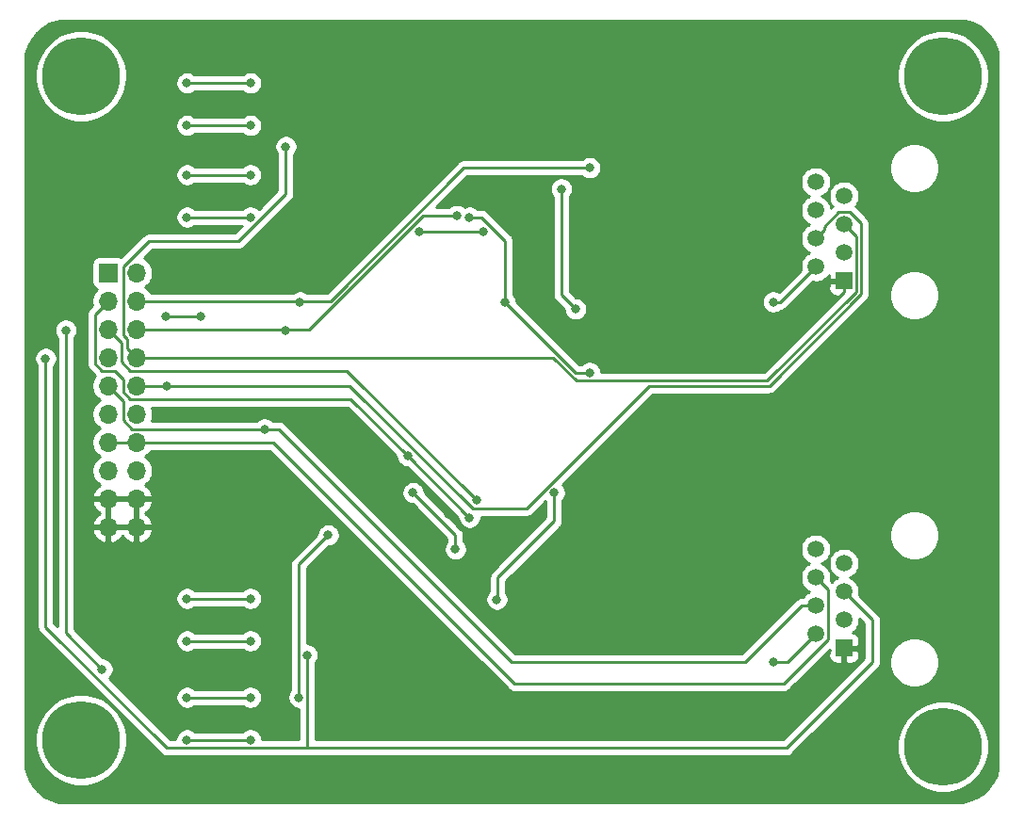
<source format=gbr>
G04 #@! TF.GenerationSoftware,KiCad,Pcbnew,5.1.5-52549c5~84~ubuntu19.10.1*
G04 #@! TF.CreationDate,2020-02-18T09:16:58-05:00*
G04 #@! TF.ProjectId,adapter,61646170-7465-4722-9e6b-696361645f70,rev?*
G04 #@! TF.SameCoordinates,Original*
G04 #@! TF.FileFunction,Copper,L2,Bot*
G04 #@! TF.FilePolarity,Positive*
%FSLAX46Y46*%
G04 Gerber Fmt 4.6, Leading zero omitted, Abs format (unit mm)*
G04 Created by KiCad (PCBNEW 5.1.5-52549c5~84~ubuntu19.10.1) date 2020-02-18 09:16:58*
%MOMM*%
%LPD*%
G04 APERTURE LIST*
%ADD10C,0.800000*%
%ADD11C,7.000000*%
%ADD12C,1.500000*%
%ADD13R,1.500000X1.500000*%
%ADD14R,1.700000X1.700000*%
%ADD15O,1.700000X1.700000*%
%ADD16C,0.250000*%
%ADD17C,0.254000*%
G04 APERTURE END LIST*
D10*
X142191155Y-108633845D03*
X140335000Y-107865000D03*
X138478845Y-108633845D03*
X137710000Y-110490000D03*
X138478845Y-112346155D03*
X140335000Y-113115000D03*
X142191155Y-112346155D03*
X142960000Y-110490000D03*
D11*
X140335000Y-110490000D03*
D10*
X64721155Y-107998845D03*
X62865000Y-107230000D03*
X61008845Y-107998845D03*
X60240000Y-109855000D03*
X61008845Y-111711155D03*
X62865000Y-112480000D03*
X64721155Y-111711155D03*
X65490000Y-109855000D03*
D11*
X62865000Y-109855000D03*
D10*
X142191155Y-48308845D03*
X140335000Y-47540000D03*
X138478845Y-48308845D03*
X137710000Y-50165000D03*
X138478845Y-52021155D03*
X140335000Y-52790000D03*
X142191155Y-52021155D03*
X142960000Y-50165000D03*
D11*
X140335000Y-50165000D03*
D10*
X64721155Y-48308845D03*
X62865000Y-47540000D03*
X61008845Y-48308845D03*
X60240000Y-50165000D03*
X61008845Y-52021155D03*
X62865000Y-52790000D03*
X64721155Y-52021155D03*
X65490000Y-50165000D03*
D11*
X62865000Y-50165000D03*
D12*
X128905000Y-59690000D03*
X131445000Y-60960000D03*
X128905000Y-62230000D03*
X131445000Y-63500000D03*
X128905000Y-64770000D03*
X131445000Y-66040000D03*
X128905000Y-67310000D03*
D13*
X131445000Y-68580000D03*
X131445000Y-101600000D03*
D12*
X128905000Y-100330000D03*
X131445000Y-99060000D03*
X128905000Y-97790000D03*
X131445000Y-96520000D03*
X128905000Y-95250000D03*
X131445000Y-93980000D03*
X128905000Y-92710000D03*
D14*
X65325001Y-67865001D03*
D15*
X67865001Y-67865001D03*
X65325001Y-70405001D03*
X67865001Y-70405001D03*
X65325001Y-72945001D03*
X67865001Y-72945001D03*
X65325001Y-75485001D03*
X67865001Y-75485001D03*
X65325001Y-78025001D03*
X67865001Y-78025001D03*
X65325001Y-80565001D03*
X67865001Y-80565001D03*
X65325001Y-83105001D03*
X67865001Y-83105001D03*
X65325001Y-85645001D03*
X67865001Y-85645001D03*
X65325001Y-88185001D03*
X67865001Y-88185001D03*
X65325001Y-90725001D03*
X67865001Y-90725001D03*
D10*
X125095000Y-73025000D03*
X99060000Y-92710000D03*
X95885000Y-89535000D03*
X131445000Y-73025000D03*
X131445000Y-76835000D03*
X131445000Y-80645000D03*
X131445000Y-84455000D03*
X131445000Y-88265000D03*
X135890000Y-46990000D03*
X134620000Y-50165000D03*
X135890000Y-53340000D03*
X139065000Y-55245000D03*
X142875000Y-55245000D03*
X142875000Y-105410000D03*
X139065000Y-105410000D03*
X135890000Y-107315000D03*
X134620000Y-110490000D03*
X135890000Y-113665000D03*
X67310000Y-46355000D03*
X68580000Y-49530000D03*
X67310000Y-53340000D03*
X64135000Y-55245000D03*
X59690000Y-55245000D03*
X59690000Y-105410000D03*
X67310000Y-113030000D03*
X70485000Y-107315000D03*
X67310000Y-104140000D03*
X84455000Y-111760000D03*
X90170000Y-111760000D03*
X95885000Y-111760000D03*
X100965000Y-111760000D03*
X106680000Y-111760000D03*
X84455000Y-114935000D03*
X90170000Y-114935000D03*
X95885000Y-114935000D03*
X100965000Y-114935000D03*
X106680000Y-114935000D03*
X112395000Y-114935000D03*
X112395000Y-111760000D03*
X114935000Y-68580000D03*
X119380000Y-68580000D03*
X123825000Y-68580000D03*
X116840000Y-72390000D03*
X121285000Y-72390000D03*
X116205000Y-100965000D03*
X120015000Y-100965000D03*
X109855000Y-100965000D03*
X117475000Y-106680000D03*
X115570000Y-108585000D03*
X105410000Y-87630000D03*
X100252500Y-97232500D03*
X108585000Y-76835000D03*
X100965000Y-70485000D03*
X107315000Y-71120000D03*
X106045000Y-60325000D03*
X97790000Y-62865000D03*
X125095000Y-70485000D03*
X96520000Y-92710000D03*
X92710000Y-87630000D03*
X93274999Y-64135000D03*
X99060000Y-64135000D03*
X96670153Y-62714847D03*
X81280000Y-73025000D03*
X72390000Y-62865000D03*
X78105000Y-62865000D03*
X72390000Y-59055000D03*
X78105000Y-59055000D03*
X108585000Y-58420000D03*
X82550000Y-70485000D03*
X81280000Y-56515000D03*
X72390000Y-54610000D03*
X78105000Y-54610000D03*
X72390000Y-50800000D03*
X78105000Y-50800000D03*
X73660000Y-71755000D03*
X70485000Y-71755000D03*
X70564999Y-78025001D03*
X72390000Y-97155000D03*
X78105000Y-97155000D03*
X79375000Y-81915000D03*
X59690000Y-75565000D03*
X83185000Y-102235000D03*
X72390000Y-100965000D03*
X78105000Y-100965000D03*
X72390000Y-106045000D03*
X78105000Y-106045000D03*
X97788235Y-89867929D03*
X82460000Y-106045000D03*
X85090000Y-91440000D03*
X92225153Y-84304847D03*
X98425000Y-88330001D03*
X64770000Y-103505000D03*
X61505000Y-73025000D03*
X72390000Y-109855000D03*
X78105000Y-109855000D03*
X125095000Y-102870000D03*
D16*
X131445000Y-69580000D02*
X131445000Y-68580000D01*
X128000000Y-73025000D02*
X131445000Y-69580000D01*
X125095000Y-73025000D02*
X128000000Y-73025000D01*
X99060000Y-92710000D02*
X95885000Y-89535000D01*
X100330000Y-95250000D02*
X100330000Y-97155000D01*
X100330000Y-97155000D02*
X100252500Y-97232500D01*
X105410000Y-87630000D02*
X105410000Y-90170000D01*
X105410000Y-90170000D02*
X100330000Y-95250000D01*
X108585000Y-76835000D02*
X107315000Y-76835000D01*
X107315000Y-76835000D02*
X100965000Y-70485000D01*
X107315000Y-71120000D02*
X106045000Y-69850000D01*
X106045000Y-69850000D02*
X106045000Y-60325000D01*
X100965000Y-69919315D02*
X100965000Y-70485000D01*
X98863002Y-62865000D02*
X100965000Y-64966998D01*
X97790000Y-62865000D02*
X98863002Y-62865000D01*
X100965000Y-64966998D02*
X100965000Y-69919315D01*
X125730000Y-70485000D02*
X128905000Y-67310000D01*
X125095000Y-70485000D02*
X125730000Y-70485000D01*
X96520000Y-92710000D02*
X96520000Y-91440000D01*
X96520000Y-91440000D02*
X92710000Y-87630000D01*
X93274999Y-64135000D02*
X99060000Y-64135000D01*
X69067082Y-72945001D02*
X67865001Y-72945001D01*
X83391996Y-72945001D02*
X69067082Y-72945001D01*
X93622150Y-62714847D02*
X83391996Y-72945001D01*
X96670153Y-62714847D02*
X93622150Y-62714847D01*
X72390000Y-62865000D02*
X78105000Y-62865000D01*
X72390000Y-59055000D02*
X78105000Y-59055000D01*
X97280587Y-58420000D02*
X108585000Y-58420000D01*
X85295586Y-70405001D02*
X97280587Y-58420000D01*
X77549999Y-70405001D02*
X85295586Y-70405001D01*
X77549999Y-70405001D02*
X76279999Y-70405001D01*
X73104999Y-70405001D02*
X73383003Y-70405001D01*
X73104999Y-70405001D02*
X77549999Y-70405001D01*
X67865001Y-70405001D02*
X73104999Y-70405001D01*
X132194999Y-64249999D02*
X131445000Y-63500000D01*
X132520001Y-64575001D02*
X132194999Y-64249999D01*
X132520001Y-69590001D02*
X132520001Y-64575001D01*
X124550001Y-77560001D02*
X132520001Y-69590001D01*
X105328591Y-75485001D02*
X107403591Y-77560001D01*
X107403591Y-77560001D02*
X124550001Y-77560001D01*
X67865001Y-75485001D02*
X105328591Y-75485001D01*
X67015002Y-74635002D02*
X67015002Y-73834004D01*
X77030501Y-65012501D02*
X81280000Y-60763002D01*
X67865001Y-75485001D02*
X67015002Y-74635002D01*
X67015002Y-73834004D02*
X66690000Y-73509002D01*
X68978499Y-65012501D02*
X77030501Y-65012501D01*
X66690000Y-73509002D02*
X66690000Y-67301000D01*
X66690000Y-67301000D02*
X68978499Y-65012501D01*
X81280000Y-60763002D02*
X81280000Y-56515000D01*
X72390000Y-54610000D02*
X78105000Y-54610000D01*
X72390000Y-50800000D02*
X78105000Y-50800000D01*
X129654999Y-64020001D02*
X128905000Y-64770000D01*
X129654999Y-63698999D02*
X129654999Y-64020001D01*
X130928999Y-62424999D02*
X129654999Y-63698999D01*
X132970011Y-63434009D02*
X131961001Y-62424999D01*
X132970011Y-69776401D02*
X132970011Y-63434009D01*
X131961001Y-62424999D02*
X130928999Y-62424999D01*
X124736402Y-78010010D02*
X132970011Y-69776401D01*
X113956987Y-78010011D02*
X124736402Y-78010010D01*
X87046998Y-78025001D02*
X98076999Y-89055002D01*
X102911996Y-89055002D02*
X113956987Y-78010011D01*
X98076999Y-89055002D02*
X102911996Y-89055002D01*
X73660000Y-71755000D02*
X70485000Y-71755000D01*
X67865001Y-78025001D02*
X70564999Y-78025001D01*
X70564999Y-78025001D02*
X87046998Y-78025001D01*
X72390000Y-97155000D02*
X78105000Y-97155000D01*
X66690000Y-81129002D02*
X67475998Y-81915000D01*
X65325001Y-78025001D02*
X66690000Y-79390000D01*
X66690000Y-79390000D02*
X66690000Y-81129002D01*
X67475998Y-81915000D02*
X79375000Y-81915000D01*
X128905000Y-97790000D02*
X127635000Y-97790000D01*
X127635000Y-97790000D02*
X122555000Y-102870000D01*
X122555000Y-102870000D02*
X101600000Y-102870000D01*
X80645000Y-81915000D02*
X79375000Y-81915000D01*
X101600000Y-102870000D02*
X80645000Y-81915000D01*
X59690000Y-75565000D02*
X59690000Y-99695000D01*
X59690000Y-99695000D02*
X70575001Y-110580001D01*
X126274999Y-110580001D02*
X133985000Y-102870000D01*
X133985000Y-99060000D02*
X131445000Y-96520000D01*
X133985000Y-102870000D02*
X133985000Y-99060000D01*
X83185000Y-102235000D02*
X83185000Y-110490000D01*
X83185000Y-110490000D02*
X83275001Y-110580001D01*
X70575001Y-110580001D02*
X83275001Y-110580001D01*
X83275001Y-110580001D02*
X126274999Y-110580001D01*
X72390000Y-100965000D02*
X78105000Y-100965000D01*
X72390000Y-106045000D02*
X78105000Y-106045000D01*
X67301000Y-79200002D02*
X87120308Y-79200002D01*
X66690000Y-78589002D02*
X67301000Y-79200002D01*
X66690000Y-77461000D02*
X66690000Y-78589002D01*
X64150000Y-71580002D02*
X64150000Y-76049002D01*
X64150000Y-76049002D02*
X64761000Y-76660002D01*
X65325001Y-70405001D02*
X64150000Y-71580002D01*
X64761000Y-76660002D02*
X65889002Y-76660002D01*
X65889002Y-76660002D02*
X66690000Y-77461000D01*
X82460000Y-106045000D02*
X82460000Y-94070000D01*
X82460000Y-94070000D02*
X85090000Y-91440000D01*
X87120308Y-79200002D02*
X92225153Y-84304847D01*
X92225153Y-84304847D02*
X97788235Y-89867929D01*
X66175000Y-73795000D02*
X65325001Y-72945001D01*
X66500002Y-74120002D02*
X66175000Y-73795000D01*
X66500002Y-75859004D02*
X66500002Y-74120002D01*
X67301000Y-76660002D02*
X66500002Y-75859004D01*
X86755001Y-76660002D02*
X67301000Y-76660002D01*
X98425000Y-88330001D02*
X86755001Y-76660002D01*
X64770000Y-103505000D02*
X61505000Y-100240000D01*
X61505000Y-100240000D02*
X61505000Y-73025000D01*
X72390000Y-109855000D02*
X78105000Y-109855000D01*
X129980001Y-96325001D02*
X129654999Y-95999999D01*
X129654999Y-95999999D02*
X128905000Y-95250000D01*
X126055991Y-104770011D02*
X129980001Y-100846001D01*
X101790599Y-104775000D02*
X126055991Y-104775000D01*
X80125589Y-83105001D02*
X101790599Y-104770011D01*
X129980001Y-100846001D02*
X129980001Y-96325001D01*
X65325001Y-83105001D02*
X80125589Y-83105001D01*
X126365000Y-102870000D02*
X128905000Y-100330000D01*
X125095000Y-102870000D02*
X126365000Y-102870000D01*
D17*
G36*
X143000191Y-45406782D02*
G01*
X143634623Y-45733537D01*
X144195827Y-46174369D01*
X144663541Y-46713363D01*
X145020900Y-47331080D01*
X145255003Y-48005225D01*
X145288000Y-48232802D01*
X145288000Y-112333720D01*
X145133463Y-112974948D01*
X144840065Y-113620243D01*
X144429936Y-114198420D01*
X143917880Y-114688607D01*
X143322360Y-115073129D01*
X142664882Y-115338100D01*
X142127724Y-115443000D01*
X60863766Y-115443000D01*
X60199813Y-115248219D01*
X59565379Y-114921464D01*
X59004175Y-114480633D01*
X58536459Y-113941637D01*
X58179099Y-113323919D01*
X57944997Y-112649775D01*
X57912000Y-112422198D01*
X57912000Y-109447738D01*
X58730000Y-109447738D01*
X58730000Y-110262262D01*
X58888906Y-111061135D01*
X59200611Y-111813657D01*
X59653136Y-112490909D01*
X60229091Y-113066864D01*
X60906343Y-113519389D01*
X61658865Y-113831094D01*
X62457738Y-113990000D01*
X63272262Y-113990000D01*
X64071135Y-113831094D01*
X64823657Y-113519389D01*
X65500909Y-113066864D01*
X66076864Y-112490909D01*
X66529389Y-111813657D01*
X66841094Y-111061135D01*
X67000000Y-110262262D01*
X67000000Y-109447738D01*
X66841094Y-108648865D01*
X66529389Y-107896343D01*
X66076864Y-107219091D01*
X65500909Y-106643136D01*
X64823657Y-106190611D01*
X64071135Y-105878906D01*
X63272262Y-105720000D01*
X62457738Y-105720000D01*
X61658865Y-105878906D01*
X60906343Y-106190611D01*
X60229091Y-106643136D01*
X59653136Y-107219091D01*
X59200611Y-107896343D01*
X58888906Y-108648865D01*
X58730000Y-109447738D01*
X57912000Y-109447738D01*
X57912000Y-75463061D01*
X58655000Y-75463061D01*
X58655000Y-75666939D01*
X58694774Y-75866898D01*
X58772795Y-76055256D01*
X58886063Y-76224774D01*
X58930000Y-76268711D01*
X58930001Y-99657667D01*
X58926324Y-99695000D01*
X58940998Y-99843985D01*
X58984454Y-99987246D01*
X59055026Y-100119276D01*
X59116014Y-100193589D01*
X59150000Y-100235001D01*
X59178998Y-100258799D01*
X70011202Y-111091004D01*
X70035000Y-111120002D01*
X70063998Y-111143800D01*
X70150724Y-111214975D01*
X70282754Y-111285547D01*
X70426015Y-111329004D01*
X70537668Y-111340001D01*
X70537677Y-111340001D01*
X70575000Y-111343677D01*
X70612323Y-111340001D01*
X83237676Y-111340001D01*
X83275001Y-111343677D01*
X83312326Y-111340001D01*
X126237677Y-111340001D01*
X126274999Y-111343677D01*
X126312321Y-111340001D01*
X126312332Y-111340001D01*
X126423985Y-111329004D01*
X126567246Y-111285547D01*
X126699275Y-111214975D01*
X126815000Y-111120002D01*
X126838803Y-111090998D01*
X127847063Y-110082738D01*
X136200000Y-110082738D01*
X136200000Y-110897262D01*
X136358906Y-111696135D01*
X136670611Y-112448657D01*
X137123136Y-113125909D01*
X137699091Y-113701864D01*
X138376343Y-114154389D01*
X139128865Y-114466094D01*
X139927738Y-114625000D01*
X140742262Y-114625000D01*
X141541135Y-114466094D01*
X142293657Y-114154389D01*
X142970909Y-113701864D01*
X143546864Y-113125909D01*
X143999389Y-112448657D01*
X144311094Y-111696135D01*
X144470000Y-110897262D01*
X144470000Y-110082738D01*
X144311094Y-109283865D01*
X143999389Y-108531343D01*
X143546864Y-107854091D01*
X142970909Y-107278136D01*
X142293657Y-106825611D01*
X141541135Y-106513906D01*
X140742262Y-106355000D01*
X139927738Y-106355000D01*
X139128865Y-106513906D01*
X138376343Y-106825611D01*
X137699091Y-107278136D01*
X137123136Y-107854091D01*
X136670611Y-108531343D01*
X136358906Y-109283865D01*
X136200000Y-110082738D01*
X127847063Y-110082738D01*
X134496004Y-103433798D01*
X134525001Y-103410001D01*
X134569308Y-103356013D01*
X134619974Y-103294277D01*
X134690546Y-103162247D01*
X134693592Y-103152205D01*
X134734003Y-103018986D01*
X134745000Y-102907333D01*
X134745000Y-102907323D01*
X134748676Y-102870000D01*
X134745000Y-102832678D01*
X134745000Y-102649872D01*
X135560000Y-102649872D01*
X135560000Y-103090128D01*
X135645890Y-103521925D01*
X135814369Y-103928669D01*
X136058962Y-104294729D01*
X136370271Y-104606038D01*
X136736331Y-104850631D01*
X137143075Y-105019110D01*
X137574872Y-105105000D01*
X138015128Y-105105000D01*
X138446925Y-105019110D01*
X138853669Y-104850631D01*
X139219729Y-104606038D01*
X139531038Y-104294729D01*
X139775631Y-103928669D01*
X139944110Y-103521925D01*
X140030000Y-103090128D01*
X140030000Y-102649872D01*
X139944110Y-102218075D01*
X139775631Y-101811331D01*
X139531038Y-101445271D01*
X139219729Y-101133962D01*
X138853669Y-100889369D01*
X138446925Y-100720890D01*
X138015128Y-100635000D01*
X137574872Y-100635000D01*
X137143075Y-100720890D01*
X136736331Y-100889369D01*
X136370271Y-101133962D01*
X136058962Y-101445271D01*
X135814369Y-101811331D01*
X135645890Y-102218075D01*
X135560000Y-102649872D01*
X134745000Y-102649872D01*
X134745000Y-99097322D01*
X134748676Y-99059999D01*
X134745000Y-99022676D01*
X134745000Y-99022667D01*
X134734003Y-98911014D01*
X134690546Y-98767753D01*
X134619974Y-98635724D01*
X134606811Y-98619685D01*
X134548799Y-98548996D01*
X134548795Y-98548992D01*
X134525001Y-98519999D01*
X134496008Y-98496205D01*
X132801167Y-96801365D01*
X132830000Y-96656411D01*
X132830000Y-96383589D01*
X132776775Y-96116011D01*
X132672371Y-95863957D01*
X132520799Y-95637114D01*
X132327886Y-95444201D01*
X132101043Y-95292629D01*
X131998127Y-95250000D01*
X132101043Y-95207371D01*
X132327886Y-95055799D01*
X132520799Y-94862886D01*
X132672371Y-94636043D01*
X132776775Y-94383989D01*
X132830000Y-94116411D01*
X132830000Y-93843589D01*
X132776775Y-93576011D01*
X132672371Y-93323957D01*
X132520799Y-93097114D01*
X132327886Y-92904201D01*
X132101043Y-92752629D01*
X131848989Y-92648225D01*
X131581411Y-92595000D01*
X131308589Y-92595000D01*
X131041011Y-92648225D01*
X130788957Y-92752629D01*
X130562114Y-92904201D01*
X130369201Y-93097114D01*
X130217629Y-93323957D01*
X130113225Y-93576011D01*
X130060000Y-93843589D01*
X130060000Y-94116411D01*
X130113225Y-94383989D01*
X130217629Y-94636043D01*
X130369201Y-94862886D01*
X130562114Y-95055799D01*
X130788957Y-95207371D01*
X130891873Y-95250000D01*
X130788957Y-95292629D01*
X130562114Y-95444201D01*
X130369201Y-95637114D01*
X130368285Y-95638484D01*
X130261167Y-95531366D01*
X130290000Y-95386411D01*
X130290000Y-95113589D01*
X130236775Y-94846011D01*
X130132371Y-94593957D01*
X129980799Y-94367114D01*
X129787886Y-94174201D01*
X129561043Y-94022629D01*
X129458127Y-93980000D01*
X129561043Y-93937371D01*
X129787886Y-93785799D01*
X129980799Y-93592886D01*
X130132371Y-93366043D01*
X130236775Y-93113989D01*
X130290000Y-92846411D01*
X130290000Y-92573589D01*
X130236775Y-92306011D01*
X130132371Y-92053957D01*
X129980799Y-91827114D01*
X129787886Y-91634201D01*
X129561043Y-91482629D01*
X129308989Y-91378225D01*
X129041411Y-91325000D01*
X128768589Y-91325000D01*
X128501011Y-91378225D01*
X128248957Y-91482629D01*
X128022114Y-91634201D01*
X127829201Y-91827114D01*
X127677629Y-92053957D01*
X127573225Y-92306011D01*
X127520000Y-92573589D01*
X127520000Y-92846411D01*
X127573225Y-93113989D01*
X127677629Y-93366043D01*
X127829201Y-93592886D01*
X128022114Y-93785799D01*
X128248957Y-93937371D01*
X128351873Y-93980000D01*
X128248957Y-94022629D01*
X128022114Y-94174201D01*
X127829201Y-94367114D01*
X127677629Y-94593957D01*
X127573225Y-94846011D01*
X127520000Y-95113589D01*
X127520000Y-95386411D01*
X127573225Y-95653989D01*
X127677629Y-95906043D01*
X127829201Y-96132886D01*
X128022114Y-96325799D01*
X128248957Y-96477371D01*
X128351873Y-96520000D01*
X128248957Y-96562629D01*
X128022114Y-96714201D01*
X127829201Y-96907114D01*
X127747091Y-97030000D01*
X127672323Y-97030000D01*
X127635000Y-97026324D01*
X127597677Y-97030000D01*
X127597667Y-97030000D01*
X127486014Y-97040997D01*
X127345849Y-97083515D01*
X127342753Y-97084454D01*
X127210723Y-97155026D01*
X127165265Y-97192333D01*
X127094999Y-97249999D01*
X127071201Y-97278997D01*
X122240199Y-102110000D01*
X101914802Y-102110000D01*
X87332863Y-87528061D01*
X91675000Y-87528061D01*
X91675000Y-87731939D01*
X91714774Y-87931898D01*
X91792795Y-88120256D01*
X91906063Y-88289774D01*
X92050226Y-88433937D01*
X92219744Y-88547205D01*
X92408102Y-88625226D01*
X92608061Y-88665000D01*
X92670199Y-88665000D01*
X95760001Y-91754803D01*
X95760001Y-92006288D01*
X95716063Y-92050226D01*
X95602795Y-92219744D01*
X95524774Y-92408102D01*
X95485000Y-92608061D01*
X95485000Y-92811939D01*
X95524774Y-93011898D01*
X95602795Y-93200256D01*
X95716063Y-93369774D01*
X95860226Y-93513937D01*
X96029744Y-93627205D01*
X96218102Y-93705226D01*
X96418061Y-93745000D01*
X96621939Y-93745000D01*
X96821898Y-93705226D01*
X97010256Y-93627205D01*
X97179774Y-93513937D01*
X97323937Y-93369774D01*
X97437205Y-93200256D01*
X97515226Y-93011898D01*
X97555000Y-92811939D01*
X97555000Y-92608061D01*
X97515226Y-92408102D01*
X97437205Y-92219744D01*
X97323937Y-92050226D01*
X97280000Y-92006289D01*
X97280000Y-91477325D01*
X97283676Y-91440000D01*
X97280000Y-91402675D01*
X97280000Y-91402667D01*
X97269003Y-91291014D01*
X97225546Y-91147753D01*
X97154974Y-91015724D01*
X97060001Y-90899999D01*
X97031003Y-90876201D01*
X93745000Y-87590199D01*
X93745000Y-87528061D01*
X93705226Y-87328102D01*
X93627205Y-87139744D01*
X93513937Y-86970226D01*
X93369774Y-86826063D01*
X93200256Y-86712795D01*
X93011898Y-86634774D01*
X92811939Y-86595000D01*
X92608061Y-86595000D01*
X92408102Y-86634774D01*
X92219744Y-86712795D01*
X92050226Y-86826063D01*
X91906063Y-86970226D01*
X91792795Y-87139744D01*
X91714774Y-87328102D01*
X91675000Y-87528061D01*
X87332863Y-87528061D01*
X81208804Y-81404003D01*
X81185001Y-81374999D01*
X81069276Y-81280026D01*
X80937247Y-81209454D01*
X80793986Y-81165997D01*
X80682333Y-81155000D01*
X80682322Y-81155000D01*
X80645000Y-81151324D01*
X80607678Y-81155000D01*
X80078711Y-81155000D01*
X80034774Y-81111063D01*
X79865256Y-80997795D01*
X79676898Y-80919774D01*
X79476939Y-80880000D01*
X79273061Y-80880000D01*
X79073102Y-80919774D01*
X78884744Y-80997795D01*
X78715226Y-81111063D01*
X78671289Y-81155000D01*
X69227968Y-81155000D01*
X69292933Y-80998159D01*
X69350001Y-80711261D01*
X69350001Y-80418741D01*
X69292933Y-80131843D01*
X69221754Y-79960002D01*
X86805507Y-79960002D01*
X91190153Y-84344649D01*
X91190153Y-84406786D01*
X91229927Y-84606745D01*
X91307948Y-84795103D01*
X91421216Y-84964621D01*
X91565379Y-85108784D01*
X91734897Y-85222052D01*
X91923255Y-85300073D01*
X92123214Y-85339847D01*
X92185352Y-85339847D01*
X96753235Y-89907731D01*
X96753235Y-89969868D01*
X96793009Y-90169827D01*
X96871030Y-90358185D01*
X96984298Y-90527703D01*
X97128461Y-90671866D01*
X97297979Y-90785134D01*
X97486337Y-90863155D01*
X97686296Y-90902929D01*
X97890174Y-90902929D01*
X98090133Y-90863155D01*
X98278491Y-90785134D01*
X98448009Y-90671866D01*
X98592172Y-90527703D01*
X98705440Y-90358185D01*
X98783461Y-90169827D01*
X98823235Y-89969868D01*
X98823235Y-89815002D01*
X102874674Y-89815002D01*
X102911996Y-89818678D01*
X102949318Y-89815002D01*
X102949329Y-89815002D01*
X103060982Y-89804005D01*
X103204243Y-89760548D01*
X103336272Y-89689976D01*
X103451997Y-89595003D01*
X103475800Y-89565999D01*
X104650000Y-88391799D01*
X104650001Y-89855197D01*
X99819003Y-94686196D01*
X99789999Y-94709999D01*
X99736206Y-94775546D01*
X99695026Y-94825724D01*
X99624455Y-94957753D01*
X99624454Y-94957754D01*
X99580997Y-95101015D01*
X99570000Y-95212668D01*
X99570000Y-95212678D01*
X99566324Y-95250000D01*
X99570000Y-95287323D01*
X99570001Y-96451288D01*
X99448563Y-96572726D01*
X99335295Y-96742244D01*
X99257274Y-96930602D01*
X99217500Y-97130561D01*
X99217500Y-97334439D01*
X99257274Y-97534398D01*
X99335295Y-97722756D01*
X99448563Y-97892274D01*
X99592726Y-98036437D01*
X99762244Y-98149705D01*
X99950602Y-98227726D01*
X100150561Y-98267500D01*
X100354439Y-98267500D01*
X100554398Y-98227726D01*
X100742756Y-98149705D01*
X100912274Y-98036437D01*
X101056437Y-97892274D01*
X101169705Y-97722756D01*
X101247726Y-97534398D01*
X101287500Y-97334439D01*
X101287500Y-97130561D01*
X101247726Y-96930602D01*
X101169705Y-96742244D01*
X101090000Y-96622957D01*
X101090000Y-95564801D01*
X105434929Y-91219872D01*
X135560000Y-91219872D01*
X135560000Y-91660128D01*
X135645890Y-92091925D01*
X135814369Y-92498669D01*
X136058962Y-92864729D01*
X136370271Y-93176038D01*
X136736331Y-93420631D01*
X137143075Y-93589110D01*
X137574872Y-93675000D01*
X138015128Y-93675000D01*
X138446925Y-93589110D01*
X138853669Y-93420631D01*
X139219729Y-93176038D01*
X139531038Y-92864729D01*
X139775631Y-92498669D01*
X139944110Y-92091925D01*
X140030000Y-91660128D01*
X140030000Y-91219872D01*
X139944110Y-90788075D01*
X139775631Y-90381331D01*
X139531038Y-90015271D01*
X139219729Y-89703962D01*
X138853669Y-89459369D01*
X138446925Y-89290890D01*
X138015128Y-89205000D01*
X137574872Y-89205000D01*
X137143075Y-89290890D01*
X136736331Y-89459369D01*
X136370271Y-89703962D01*
X136058962Y-90015271D01*
X135814369Y-90381331D01*
X135645890Y-90788075D01*
X135560000Y-91219872D01*
X105434929Y-91219872D01*
X105921003Y-90733799D01*
X105950001Y-90710001D01*
X105981298Y-90671866D01*
X106044974Y-90594277D01*
X106115546Y-90462247D01*
X106120846Y-90444774D01*
X106159003Y-90318986D01*
X106170000Y-90207333D01*
X106170000Y-90207323D01*
X106173676Y-90170000D01*
X106170000Y-90132677D01*
X106170000Y-88333711D01*
X106213937Y-88289774D01*
X106327205Y-88120256D01*
X106405226Y-87931898D01*
X106445000Y-87731939D01*
X106445000Y-87528061D01*
X106405226Y-87328102D01*
X106327205Y-87139744D01*
X106213937Y-86970226D01*
X106142755Y-86899044D01*
X114271789Y-78770011D01*
X124699070Y-78770009D01*
X124736402Y-78773686D01*
X124773735Y-78770009D01*
X124885388Y-78759012D01*
X124928844Y-78745830D01*
X125028648Y-78715556D01*
X125160678Y-78644984D01*
X125247404Y-78573809D01*
X125247405Y-78573808D01*
X125276403Y-78550010D01*
X125300201Y-78521012D01*
X133481015Y-70340199D01*
X133510012Y-70316402D01*
X133604985Y-70200677D01*
X133675557Y-70068648D01*
X133719014Y-69925387D01*
X133730011Y-69813734D01*
X133730011Y-69813733D01*
X133733688Y-69776401D01*
X133730011Y-69739068D01*
X133730011Y-69629872D01*
X135560000Y-69629872D01*
X135560000Y-70070128D01*
X135645890Y-70501925D01*
X135814369Y-70908669D01*
X136058962Y-71274729D01*
X136370271Y-71586038D01*
X136736331Y-71830631D01*
X137143075Y-71999110D01*
X137574872Y-72085000D01*
X138015128Y-72085000D01*
X138446925Y-71999110D01*
X138853669Y-71830631D01*
X139219729Y-71586038D01*
X139531038Y-71274729D01*
X139775631Y-70908669D01*
X139944110Y-70501925D01*
X140030000Y-70070128D01*
X140030000Y-69629872D01*
X139944110Y-69198075D01*
X139775631Y-68791331D01*
X139531038Y-68425271D01*
X139219729Y-68113962D01*
X138853669Y-67869369D01*
X138446925Y-67700890D01*
X138015128Y-67615000D01*
X137574872Y-67615000D01*
X137143075Y-67700890D01*
X136736331Y-67869369D01*
X136370271Y-68113962D01*
X136058962Y-68425271D01*
X135814369Y-68791331D01*
X135645890Y-69198075D01*
X135560000Y-69629872D01*
X133730011Y-69629872D01*
X133730011Y-63471342D01*
X133733688Y-63434009D01*
X133719014Y-63285023D01*
X133675557Y-63141762D01*
X133604985Y-63009733D01*
X133544475Y-62936001D01*
X133510012Y-62894008D01*
X133481014Y-62870210D01*
X132524805Y-61914001D01*
X132501002Y-61884998D01*
X132488746Y-61874939D01*
X132520799Y-61842886D01*
X132672371Y-61616043D01*
X132776775Y-61363989D01*
X132830000Y-61096411D01*
X132830000Y-60823589D01*
X132776775Y-60556011D01*
X132672371Y-60303957D01*
X132520799Y-60077114D01*
X132327886Y-59884201D01*
X132101043Y-59732629D01*
X131848989Y-59628225D01*
X131581411Y-59575000D01*
X131308589Y-59575000D01*
X131041011Y-59628225D01*
X130788957Y-59732629D01*
X130562114Y-59884201D01*
X130369201Y-60077114D01*
X130217629Y-60303957D01*
X130113225Y-60556011D01*
X130060000Y-60823589D01*
X130060000Y-61096411D01*
X130113225Y-61363989D01*
X130217629Y-61616043D01*
X130369201Y-61842886D01*
X130401254Y-61874939D01*
X130388998Y-61884998D01*
X130365200Y-61913996D01*
X130272680Y-62006516D01*
X130236775Y-61826011D01*
X130132371Y-61573957D01*
X129980799Y-61347114D01*
X129787886Y-61154201D01*
X129561043Y-61002629D01*
X129458127Y-60960000D01*
X129561043Y-60917371D01*
X129787886Y-60765799D01*
X129980799Y-60572886D01*
X130132371Y-60346043D01*
X130236775Y-60093989D01*
X130290000Y-59826411D01*
X130290000Y-59553589D01*
X130236775Y-59286011D01*
X130132371Y-59033957D01*
X129980799Y-58807114D01*
X129787886Y-58614201D01*
X129561043Y-58462629D01*
X129308989Y-58358225D01*
X129041411Y-58305000D01*
X128768589Y-58305000D01*
X128501011Y-58358225D01*
X128248957Y-58462629D01*
X128022114Y-58614201D01*
X127829201Y-58807114D01*
X127677629Y-59033957D01*
X127573225Y-59286011D01*
X127520000Y-59553589D01*
X127520000Y-59826411D01*
X127573225Y-60093989D01*
X127677629Y-60346043D01*
X127829201Y-60572886D01*
X128022114Y-60765799D01*
X128248957Y-60917371D01*
X128351873Y-60960000D01*
X128248957Y-61002629D01*
X128022114Y-61154201D01*
X127829201Y-61347114D01*
X127677629Y-61573957D01*
X127573225Y-61826011D01*
X127520000Y-62093589D01*
X127520000Y-62366411D01*
X127573225Y-62633989D01*
X127677629Y-62886043D01*
X127829201Y-63112886D01*
X128022114Y-63305799D01*
X128248957Y-63457371D01*
X128351873Y-63500000D01*
X128248957Y-63542629D01*
X128022114Y-63694201D01*
X127829201Y-63887114D01*
X127677629Y-64113957D01*
X127573225Y-64366011D01*
X127520000Y-64633589D01*
X127520000Y-64906411D01*
X127573225Y-65173989D01*
X127677629Y-65426043D01*
X127829201Y-65652886D01*
X128022114Y-65845799D01*
X128248957Y-65997371D01*
X128351873Y-66040000D01*
X128248957Y-66082629D01*
X128022114Y-66234201D01*
X127829201Y-66427114D01*
X127677629Y-66653957D01*
X127573225Y-66906011D01*
X127520000Y-67173589D01*
X127520000Y-67446411D01*
X127548833Y-67591365D01*
X125576168Y-69564031D01*
X125396898Y-69489774D01*
X125196939Y-69450000D01*
X124993061Y-69450000D01*
X124793102Y-69489774D01*
X124604744Y-69567795D01*
X124435226Y-69681063D01*
X124291063Y-69825226D01*
X124177795Y-69994744D01*
X124099774Y-70183102D01*
X124060000Y-70383061D01*
X124060000Y-70586939D01*
X124099774Y-70786898D01*
X124177795Y-70975256D01*
X124291063Y-71144774D01*
X124435226Y-71288937D01*
X124604744Y-71402205D01*
X124793102Y-71480226D01*
X124993061Y-71520000D01*
X125196939Y-71520000D01*
X125396898Y-71480226D01*
X125585256Y-71402205D01*
X125754774Y-71288937D01*
X125802139Y-71241572D01*
X125878986Y-71234003D01*
X126022247Y-71190546D01*
X126154276Y-71119974D01*
X126270001Y-71025001D01*
X126293804Y-70995997D01*
X128623635Y-68666167D01*
X128768589Y-68695000D01*
X129041411Y-68695000D01*
X129308989Y-68641775D01*
X129561043Y-68537371D01*
X129787886Y-68385799D01*
X129980799Y-68192886D01*
X130058559Y-68076510D01*
X130060000Y-68294250D01*
X130218750Y-68453000D01*
X131318000Y-68453000D01*
X131318000Y-68433000D01*
X131572000Y-68433000D01*
X131572000Y-68453000D01*
X131592000Y-68453000D01*
X131592000Y-68707000D01*
X131572000Y-68707000D01*
X131572000Y-68727000D01*
X131318000Y-68727000D01*
X131318000Y-68707000D01*
X130218750Y-68707000D01*
X130060000Y-68865750D01*
X130056928Y-69330000D01*
X130069188Y-69454482D01*
X130105498Y-69574180D01*
X130164463Y-69684494D01*
X130243815Y-69781185D01*
X130340506Y-69860537D01*
X130450820Y-69919502D01*
X130570518Y-69955812D01*
X130695000Y-69968072D01*
X131069607Y-69965593D01*
X124235200Y-76800001D01*
X109620000Y-76800001D01*
X109620000Y-76733061D01*
X109580226Y-76533102D01*
X109502205Y-76344744D01*
X109388937Y-76175226D01*
X109244774Y-76031063D01*
X109075256Y-75917795D01*
X108886898Y-75839774D01*
X108686939Y-75800000D01*
X108483061Y-75800000D01*
X108283102Y-75839774D01*
X108094744Y-75917795D01*
X107925226Y-76031063D01*
X107881289Y-76075000D01*
X107629802Y-76075000D01*
X102000000Y-70445199D01*
X102000000Y-70383061D01*
X101960226Y-70183102D01*
X101882205Y-69994744D01*
X101768937Y-69825226D01*
X101725000Y-69781289D01*
X101725000Y-65004320D01*
X101728676Y-64966997D01*
X101725000Y-64929674D01*
X101725000Y-64929665D01*
X101714003Y-64818012D01*
X101670546Y-64674751D01*
X101624297Y-64588226D01*
X101599974Y-64542721D01*
X101528799Y-64455995D01*
X101505001Y-64426997D01*
X101476004Y-64403200D01*
X99426806Y-62354003D01*
X99403003Y-62324999D01*
X99287278Y-62230026D01*
X99155249Y-62159454D01*
X99011988Y-62115997D01*
X98900335Y-62105000D01*
X98900324Y-62105000D01*
X98863002Y-62101324D01*
X98825680Y-62105000D01*
X98493711Y-62105000D01*
X98449774Y-62061063D01*
X98280256Y-61947795D01*
X98091898Y-61869774D01*
X97891939Y-61830000D01*
X97688061Y-61830000D01*
X97488102Y-61869774D01*
X97347168Y-61928151D01*
X97329927Y-61910910D01*
X97160409Y-61797642D01*
X96972051Y-61719621D01*
X96772092Y-61679847D01*
X96568214Y-61679847D01*
X96368255Y-61719621D01*
X96179897Y-61797642D01*
X96010379Y-61910910D01*
X95966442Y-61954847D01*
X94820542Y-61954847D01*
X96552328Y-60223061D01*
X105010000Y-60223061D01*
X105010000Y-60426939D01*
X105049774Y-60626898D01*
X105127795Y-60815256D01*
X105241063Y-60984774D01*
X105285001Y-61028712D01*
X105285000Y-69812678D01*
X105281324Y-69850000D01*
X105285000Y-69887322D01*
X105285000Y-69887332D01*
X105295997Y-69998985D01*
X105317129Y-70068648D01*
X105339454Y-70142246D01*
X105410026Y-70274276D01*
X105427483Y-70295547D01*
X105504999Y-70390001D01*
X105534003Y-70413804D01*
X106280000Y-71159802D01*
X106280000Y-71221939D01*
X106319774Y-71421898D01*
X106397795Y-71610256D01*
X106511063Y-71779774D01*
X106655226Y-71923937D01*
X106824744Y-72037205D01*
X107013102Y-72115226D01*
X107213061Y-72155000D01*
X107416939Y-72155000D01*
X107616898Y-72115226D01*
X107805256Y-72037205D01*
X107974774Y-71923937D01*
X108118937Y-71779774D01*
X108232205Y-71610256D01*
X108310226Y-71421898D01*
X108350000Y-71221939D01*
X108350000Y-71018061D01*
X108310226Y-70818102D01*
X108232205Y-70629744D01*
X108118937Y-70460226D01*
X107974774Y-70316063D01*
X107805256Y-70202795D01*
X107616898Y-70124774D01*
X107416939Y-70085000D01*
X107354802Y-70085000D01*
X106805000Y-69535199D01*
X106805000Y-61028711D01*
X106848937Y-60984774D01*
X106962205Y-60815256D01*
X107040226Y-60626898D01*
X107080000Y-60426939D01*
X107080000Y-60223061D01*
X107040226Y-60023102D01*
X106962205Y-59834744D01*
X106848937Y-59665226D01*
X106704774Y-59521063D01*
X106535256Y-59407795D01*
X106346898Y-59329774D01*
X106146939Y-59290000D01*
X105943061Y-59290000D01*
X105743102Y-59329774D01*
X105554744Y-59407795D01*
X105385226Y-59521063D01*
X105241063Y-59665226D01*
X105127795Y-59834744D01*
X105049774Y-60023102D01*
X105010000Y-60223061D01*
X96552328Y-60223061D01*
X97595389Y-59180000D01*
X107881289Y-59180000D01*
X107925226Y-59223937D01*
X108094744Y-59337205D01*
X108283102Y-59415226D01*
X108483061Y-59455000D01*
X108686939Y-59455000D01*
X108886898Y-59415226D01*
X109075256Y-59337205D01*
X109244774Y-59223937D01*
X109388937Y-59079774D01*
X109502205Y-58910256D01*
X109580226Y-58721898D01*
X109620000Y-58521939D01*
X109620000Y-58318061D01*
X109596491Y-58199872D01*
X135560000Y-58199872D01*
X135560000Y-58640128D01*
X135645890Y-59071925D01*
X135814369Y-59478669D01*
X136058962Y-59844729D01*
X136370271Y-60156038D01*
X136736331Y-60400631D01*
X137143075Y-60569110D01*
X137574872Y-60655000D01*
X138015128Y-60655000D01*
X138446925Y-60569110D01*
X138853669Y-60400631D01*
X139219729Y-60156038D01*
X139531038Y-59844729D01*
X139775631Y-59478669D01*
X139944110Y-59071925D01*
X140030000Y-58640128D01*
X140030000Y-58199872D01*
X139944110Y-57768075D01*
X139775631Y-57361331D01*
X139531038Y-56995271D01*
X139219729Y-56683962D01*
X138853669Y-56439369D01*
X138446925Y-56270890D01*
X138015128Y-56185000D01*
X137574872Y-56185000D01*
X137143075Y-56270890D01*
X136736331Y-56439369D01*
X136370271Y-56683962D01*
X136058962Y-56995271D01*
X135814369Y-57361331D01*
X135645890Y-57768075D01*
X135560000Y-58199872D01*
X109596491Y-58199872D01*
X109580226Y-58118102D01*
X109502205Y-57929744D01*
X109388937Y-57760226D01*
X109244774Y-57616063D01*
X109075256Y-57502795D01*
X108886898Y-57424774D01*
X108686939Y-57385000D01*
X108483061Y-57385000D01*
X108283102Y-57424774D01*
X108094744Y-57502795D01*
X107925226Y-57616063D01*
X107881289Y-57660000D01*
X97317910Y-57660000D01*
X97280587Y-57656324D01*
X97243264Y-57660000D01*
X97243254Y-57660000D01*
X97131601Y-57670997D01*
X96988340Y-57714454D01*
X96856310Y-57785026D01*
X96772670Y-57853668D01*
X96740586Y-57879999D01*
X96716788Y-57908997D01*
X84980785Y-69645001D01*
X83155803Y-69645001D01*
X83040256Y-69567795D01*
X82851898Y-69489774D01*
X82651939Y-69450000D01*
X82448061Y-69450000D01*
X82248102Y-69489774D01*
X82059744Y-69567795D01*
X81944197Y-69645001D01*
X69143179Y-69645001D01*
X69018476Y-69458369D01*
X68811633Y-69251526D01*
X68637241Y-69135001D01*
X68811633Y-69018476D01*
X69018476Y-68811633D01*
X69180991Y-68568412D01*
X69292933Y-68298159D01*
X69350001Y-68011261D01*
X69350001Y-67718741D01*
X69292933Y-67431843D01*
X69180991Y-67161590D01*
X69018476Y-66918369D01*
X68811633Y-66711526D01*
X68568412Y-66549011D01*
X68531910Y-66533891D01*
X69293301Y-65772501D01*
X76993179Y-65772501D01*
X77030501Y-65776177D01*
X77067823Y-65772501D01*
X77067834Y-65772501D01*
X77179487Y-65761504D01*
X77322748Y-65718047D01*
X77454777Y-65647475D01*
X77570502Y-65552502D01*
X77594305Y-65523498D01*
X81791004Y-61326800D01*
X81820001Y-61303003D01*
X81869897Y-61242205D01*
X81914974Y-61187279D01*
X81985546Y-61055249D01*
X82006924Y-60984774D01*
X82029003Y-60911988D01*
X82040000Y-60800335D01*
X82040000Y-60800326D01*
X82043676Y-60763003D01*
X82040000Y-60725680D01*
X82040000Y-57218711D01*
X82083937Y-57174774D01*
X82197205Y-57005256D01*
X82275226Y-56816898D01*
X82315000Y-56616939D01*
X82315000Y-56413061D01*
X82275226Y-56213102D01*
X82197205Y-56024744D01*
X82083937Y-55855226D01*
X81939774Y-55711063D01*
X81770256Y-55597795D01*
X81581898Y-55519774D01*
X81381939Y-55480000D01*
X81178061Y-55480000D01*
X80978102Y-55519774D01*
X80789744Y-55597795D01*
X80620226Y-55711063D01*
X80476063Y-55855226D01*
X80362795Y-56024744D01*
X80284774Y-56213102D01*
X80245000Y-56413061D01*
X80245000Y-56616939D01*
X80284774Y-56816898D01*
X80362795Y-57005256D01*
X80476063Y-57174774D01*
X80520001Y-57218712D01*
X80520000Y-60448200D01*
X78835956Y-62132245D01*
X78764774Y-62061063D01*
X78595256Y-61947795D01*
X78406898Y-61869774D01*
X78206939Y-61830000D01*
X78003061Y-61830000D01*
X77803102Y-61869774D01*
X77614744Y-61947795D01*
X77445226Y-62061063D01*
X77401289Y-62105000D01*
X73093711Y-62105000D01*
X73049774Y-62061063D01*
X72880256Y-61947795D01*
X72691898Y-61869774D01*
X72491939Y-61830000D01*
X72288061Y-61830000D01*
X72088102Y-61869774D01*
X71899744Y-61947795D01*
X71730226Y-62061063D01*
X71586063Y-62205226D01*
X71472795Y-62374744D01*
X71394774Y-62563102D01*
X71355000Y-62763061D01*
X71355000Y-62966939D01*
X71394774Y-63166898D01*
X71472795Y-63355256D01*
X71586063Y-63524774D01*
X71730226Y-63668937D01*
X71899744Y-63782205D01*
X72088102Y-63860226D01*
X72288061Y-63900000D01*
X72491939Y-63900000D01*
X72691898Y-63860226D01*
X72880256Y-63782205D01*
X73049774Y-63668937D01*
X73093711Y-63625000D01*
X77343201Y-63625000D01*
X76715700Y-64252501D01*
X69015821Y-64252501D01*
X68978498Y-64248825D01*
X68941175Y-64252501D01*
X68941166Y-64252501D01*
X68829513Y-64263498D01*
X68686252Y-64306955D01*
X68554223Y-64377527D01*
X68438498Y-64472500D01*
X68414700Y-64501498D01*
X66465788Y-66450411D01*
X66419181Y-66425499D01*
X66299483Y-66389189D01*
X66175001Y-66376929D01*
X64475001Y-66376929D01*
X64350519Y-66389189D01*
X64230821Y-66425499D01*
X64120507Y-66484464D01*
X64023816Y-66563816D01*
X63944464Y-66660507D01*
X63885499Y-66770821D01*
X63849189Y-66890519D01*
X63836929Y-67015001D01*
X63836929Y-68715001D01*
X63849189Y-68839483D01*
X63885499Y-68959181D01*
X63944464Y-69069495D01*
X64023816Y-69166186D01*
X64120507Y-69245538D01*
X64230821Y-69304503D01*
X64303381Y-69326514D01*
X64171526Y-69458369D01*
X64009011Y-69701590D01*
X63897069Y-69971843D01*
X63840001Y-70258741D01*
X63840001Y-70551261D01*
X63883792Y-70771409D01*
X63639003Y-71016198D01*
X63609999Y-71040001D01*
X63554871Y-71107176D01*
X63515026Y-71155726D01*
X63473186Y-71234003D01*
X63444454Y-71287756D01*
X63400997Y-71431017D01*
X63390000Y-71542670D01*
X63390000Y-71542680D01*
X63386324Y-71580002D01*
X63390000Y-71617325D01*
X63390001Y-76011670D01*
X63386324Y-76049002D01*
X63390001Y-76086335D01*
X63400998Y-76197988D01*
X63414180Y-76241444D01*
X63444454Y-76341248D01*
X63515026Y-76473278D01*
X63586201Y-76560004D01*
X63610000Y-76589003D01*
X63638997Y-76612800D01*
X64144705Y-77118510D01*
X64009011Y-77321590D01*
X63897069Y-77591843D01*
X63840001Y-77878741D01*
X63840001Y-78171261D01*
X63897069Y-78458159D01*
X64009011Y-78728412D01*
X64171526Y-78971633D01*
X64378369Y-79178476D01*
X64552761Y-79295001D01*
X64378369Y-79411526D01*
X64171526Y-79618369D01*
X64009011Y-79861590D01*
X63897069Y-80131843D01*
X63840001Y-80418741D01*
X63840001Y-80711261D01*
X63897069Y-80998159D01*
X64009011Y-81268412D01*
X64171526Y-81511633D01*
X64378369Y-81718476D01*
X64552761Y-81835001D01*
X64378369Y-81951526D01*
X64171526Y-82158369D01*
X64009011Y-82401590D01*
X63897069Y-82671843D01*
X63840001Y-82958741D01*
X63840001Y-83251261D01*
X63897069Y-83538159D01*
X64009011Y-83808412D01*
X64171526Y-84051633D01*
X64378369Y-84258476D01*
X64552761Y-84375001D01*
X64378369Y-84491526D01*
X64171526Y-84698369D01*
X64009011Y-84941590D01*
X63897069Y-85211843D01*
X63840001Y-85498741D01*
X63840001Y-85791261D01*
X63897069Y-86078159D01*
X64009011Y-86348412D01*
X64171526Y-86591633D01*
X64378369Y-86798476D01*
X64560535Y-86920196D01*
X64443646Y-86989823D01*
X64227413Y-87184732D01*
X64053360Y-87418081D01*
X63928176Y-87680902D01*
X63883525Y-87828111D01*
X64004846Y-88058001D01*
X65198001Y-88058001D01*
X65198001Y-88038001D01*
X65452001Y-88038001D01*
X65452001Y-88058001D01*
X67738001Y-88058001D01*
X67738001Y-88038001D01*
X67992001Y-88038001D01*
X67992001Y-88058001D01*
X69185156Y-88058001D01*
X69306477Y-87828111D01*
X69261826Y-87680902D01*
X69136642Y-87418081D01*
X68962589Y-87184732D01*
X68746356Y-86989823D01*
X68629467Y-86920196D01*
X68811633Y-86798476D01*
X69018476Y-86591633D01*
X69180991Y-86348412D01*
X69292933Y-86078159D01*
X69350001Y-85791261D01*
X69350001Y-85498741D01*
X69292933Y-85211843D01*
X69180991Y-84941590D01*
X69018476Y-84698369D01*
X68811633Y-84491526D01*
X68637241Y-84375001D01*
X68811633Y-84258476D01*
X69018476Y-84051633D01*
X69143179Y-83865001D01*
X79810788Y-83865001D01*
X101203967Y-105258181D01*
X101250598Y-105315001D01*
X101366323Y-105409974D01*
X101498352Y-105480546D01*
X101641613Y-105524003D01*
X101753266Y-105535000D01*
X126093324Y-105535000D01*
X126204977Y-105524003D01*
X126348238Y-105480546D01*
X126480267Y-105409974D01*
X126595992Y-105315001D01*
X126642627Y-105258176D01*
X130173802Y-101727002D01*
X130218748Y-101727002D01*
X130060000Y-101885750D01*
X130056928Y-102350000D01*
X130069188Y-102474482D01*
X130105498Y-102594180D01*
X130164463Y-102704494D01*
X130243815Y-102801185D01*
X130340506Y-102880537D01*
X130450820Y-102939502D01*
X130570518Y-102975812D01*
X130695000Y-102988072D01*
X131159250Y-102985000D01*
X131318000Y-102826250D01*
X131318000Y-101727000D01*
X131572000Y-101727000D01*
X131572000Y-102826250D01*
X131730750Y-102985000D01*
X132195000Y-102988072D01*
X132319482Y-102975812D01*
X132439180Y-102939502D01*
X132549494Y-102880537D01*
X132646185Y-102801185D01*
X132725537Y-102704494D01*
X132784502Y-102594180D01*
X132820812Y-102474482D01*
X132833072Y-102350000D01*
X132830000Y-101885750D01*
X132671250Y-101727000D01*
X131572000Y-101727000D01*
X131318000Y-101727000D01*
X131298000Y-101727000D01*
X131298000Y-101473000D01*
X131318000Y-101473000D01*
X131318000Y-101453000D01*
X131572000Y-101453000D01*
X131572000Y-101473000D01*
X132671250Y-101473000D01*
X132830000Y-101314250D01*
X132833072Y-100850000D01*
X132820812Y-100725518D01*
X132784502Y-100605820D01*
X132725537Y-100495506D01*
X132646185Y-100398815D01*
X132549494Y-100319463D01*
X132439180Y-100260498D01*
X132319482Y-100224188D01*
X132211517Y-100213555D01*
X132327886Y-100135799D01*
X132520799Y-99942886D01*
X132672371Y-99716043D01*
X132776775Y-99463989D01*
X132830000Y-99196411D01*
X132830000Y-98979803D01*
X133225001Y-99374804D01*
X133225000Y-102555198D01*
X125960198Y-109820001D01*
X83945000Y-109820001D01*
X83945000Y-102938711D01*
X83988937Y-102894774D01*
X84102205Y-102725256D01*
X84180226Y-102536898D01*
X84220000Y-102336939D01*
X84220000Y-102133061D01*
X84180226Y-101933102D01*
X84102205Y-101744744D01*
X83988937Y-101575226D01*
X83844774Y-101431063D01*
X83675256Y-101317795D01*
X83486898Y-101239774D01*
X83286939Y-101200000D01*
X83220000Y-101200000D01*
X83220000Y-94384801D01*
X85129802Y-92475000D01*
X85191939Y-92475000D01*
X85391898Y-92435226D01*
X85580256Y-92357205D01*
X85749774Y-92243937D01*
X85893937Y-92099774D01*
X86007205Y-91930256D01*
X86085226Y-91741898D01*
X86125000Y-91541939D01*
X86125000Y-91338061D01*
X86085226Y-91138102D01*
X86007205Y-90949744D01*
X85893937Y-90780226D01*
X85749774Y-90636063D01*
X85580256Y-90522795D01*
X85391898Y-90444774D01*
X85191939Y-90405000D01*
X84988061Y-90405000D01*
X84788102Y-90444774D01*
X84599744Y-90522795D01*
X84430226Y-90636063D01*
X84286063Y-90780226D01*
X84172795Y-90949744D01*
X84094774Y-91138102D01*
X84055000Y-91338061D01*
X84055000Y-91400198D01*
X81948998Y-93506201D01*
X81920000Y-93529999D01*
X81896202Y-93558997D01*
X81896201Y-93558998D01*
X81825026Y-93645724D01*
X81754454Y-93777754D01*
X81710998Y-93921015D01*
X81696324Y-94070000D01*
X81700001Y-94107332D01*
X81700000Y-105341289D01*
X81656063Y-105385226D01*
X81542795Y-105554744D01*
X81464774Y-105743102D01*
X81425000Y-105943061D01*
X81425000Y-106146939D01*
X81464774Y-106346898D01*
X81542795Y-106535256D01*
X81656063Y-106704774D01*
X81800226Y-106848937D01*
X81969744Y-106962205D01*
X82158102Y-107040226D01*
X82358061Y-107080000D01*
X82425001Y-107080000D01*
X82425001Y-109820001D01*
X79140000Y-109820001D01*
X79140000Y-109753061D01*
X79100226Y-109553102D01*
X79022205Y-109364744D01*
X78908937Y-109195226D01*
X78764774Y-109051063D01*
X78595256Y-108937795D01*
X78406898Y-108859774D01*
X78206939Y-108820000D01*
X78003061Y-108820000D01*
X77803102Y-108859774D01*
X77614744Y-108937795D01*
X77445226Y-109051063D01*
X77401289Y-109095000D01*
X73093711Y-109095000D01*
X73049774Y-109051063D01*
X72880256Y-108937795D01*
X72691898Y-108859774D01*
X72491939Y-108820000D01*
X72288061Y-108820000D01*
X72088102Y-108859774D01*
X71899744Y-108937795D01*
X71730226Y-109051063D01*
X71586063Y-109195226D01*
X71472795Y-109364744D01*
X71394774Y-109553102D01*
X71355000Y-109753061D01*
X71355000Y-109820001D01*
X70889803Y-109820001D01*
X67012863Y-105943061D01*
X71355000Y-105943061D01*
X71355000Y-106146939D01*
X71394774Y-106346898D01*
X71472795Y-106535256D01*
X71586063Y-106704774D01*
X71730226Y-106848937D01*
X71899744Y-106962205D01*
X72088102Y-107040226D01*
X72288061Y-107080000D01*
X72491939Y-107080000D01*
X72691898Y-107040226D01*
X72880256Y-106962205D01*
X73049774Y-106848937D01*
X73093711Y-106805000D01*
X77401289Y-106805000D01*
X77445226Y-106848937D01*
X77614744Y-106962205D01*
X77803102Y-107040226D01*
X78003061Y-107080000D01*
X78206939Y-107080000D01*
X78406898Y-107040226D01*
X78595256Y-106962205D01*
X78764774Y-106848937D01*
X78908937Y-106704774D01*
X79022205Y-106535256D01*
X79100226Y-106346898D01*
X79140000Y-106146939D01*
X79140000Y-105943061D01*
X79100226Y-105743102D01*
X79022205Y-105554744D01*
X78908937Y-105385226D01*
X78764774Y-105241063D01*
X78595256Y-105127795D01*
X78406898Y-105049774D01*
X78206939Y-105010000D01*
X78003061Y-105010000D01*
X77803102Y-105049774D01*
X77614744Y-105127795D01*
X77445226Y-105241063D01*
X77401289Y-105285000D01*
X73093711Y-105285000D01*
X73049774Y-105241063D01*
X72880256Y-105127795D01*
X72691898Y-105049774D01*
X72491939Y-105010000D01*
X72288061Y-105010000D01*
X72088102Y-105049774D01*
X71899744Y-105127795D01*
X71730226Y-105241063D01*
X71586063Y-105385226D01*
X71472795Y-105554744D01*
X71394774Y-105743102D01*
X71355000Y-105943061D01*
X67012863Y-105943061D01*
X65399180Y-104329379D01*
X65429774Y-104308937D01*
X65573937Y-104164774D01*
X65687205Y-103995256D01*
X65765226Y-103806898D01*
X65805000Y-103606939D01*
X65805000Y-103403061D01*
X65765226Y-103203102D01*
X65687205Y-103014744D01*
X65573937Y-102845226D01*
X65429774Y-102701063D01*
X65260256Y-102587795D01*
X65071898Y-102509774D01*
X64871939Y-102470000D01*
X64809802Y-102470000D01*
X63202863Y-100863061D01*
X71355000Y-100863061D01*
X71355000Y-101066939D01*
X71394774Y-101266898D01*
X71472795Y-101455256D01*
X71586063Y-101624774D01*
X71730226Y-101768937D01*
X71899744Y-101882205D01*
X72088102Y-101960226D01*
X72288061Y-102000000D01*
X72491939Y-102000000D01*
X72691898Y-101960226D01*
X72880256Y-101882205D01*
X73049774Y-101768937D01*
X73093711Y-101725000D01*
X77401289Y-101725000D01*
X77445226Y-101768937D01*
X77614744Y-101882205D01*
X77803102Y-101960226D01*
X78003061Y-102000000D01*
X78206939Y-102000000D01*
X78406898Y-101960226D01*
X78595256Y-101882205D01*
X78764774Y-101768937D01*
X78908937Y-101624774D01*
X79022205Y-101455256D01*
X79100226Y-101266898D01*
X79140000Y-101066939D01*
X79140000Y-100863061D01*
X79100226Y-100663102D01*
X79022205Y-100474744D01*
X78908937Y-100305226D01*
X78764774Y-100161063D01*
X78595256Y-100047795D01*
X78406898Y-99969774D01*
X78206939Y-99930000D01*
X78003061Y-99930000D01*
X77803102Y-99969774D01*
X77614744Y-100047795D01*
X77445226Y-100161063D01*
X77401289Y-100205000D01*
X73093711Y-100205000D01*
X73049774Y-100161063D01*
X72880256Y-100047795D01*
X72691898Y-99969774D01*
X72491939Y-99930000D01*
X72288061Y-99930000D01*
X72088102Y-99969774D01*
X71899744Y-100047795D01*
X71730226Y-100161063D01*
X71586063Y-100305226D01*
X71472795Y-100474744D01*
X71394774Y-100663102D01*
X71355000Y-100863061D01*
X63202863Y-100863061D01*
X62265000Y-99925199D01*
X62265000Y-97053061D01*
X71355000Y-97053061D01*
X71355000Y-97256939D01*
X71394774Y-97456898D01*
X71472795Y-97645256D01*
X71586063Y-97814774D01*
X71730226Y-97958937D01*
X71899744Y-98072205D01*
X72088102Y-98150226D01*
X72288061Y-98190000D01*
X72491939Y-98190000D01*
X72691898Y-98150226D01*
X72880256Y-98072205D01*
X73049774Y-97958937D01*
X73093711Y-97915000D01*
X77401289Y-97915000D01*
X77445226Y-97958937D01*
X77614744Y-98072205D01*
X77803102Y-98150226D01*
X78003061Y-98190000D01*
X78206939Y-98190000D01*
X78406898Y-98150226D01*
X78595256Y-98072205D01*
X78764774Y-97958937D01*
X78908937Y-97814774D01*
X79022205Y-97645256D01*
X79100226Y-97456898D01*
X79140000Y-97256939D01*
X79140000Y-97053061D01*
X79100226Y-96853102D01*
X79022205Y-96664744D01*
X78908937Y-96495226D01*
X78764774Y-96351063D01*
X78595256Y-96237795D01*
X78406898Y-96159774D01*
X78206939Y-96120000D01*
X78003061Y-96120000D01*
X77803102Y-96159774D01*
X77614744Y-96237795D01*
X77445226Y-96351063D01*
X77401289Y-96395000D01*
X73093711Y-96395000D01*
X73049774Y-96351063D01*
X72880256Y-96237795D01*
X72691898Y-96159774D01*
X72491939Y-96120000D01*
X72288061Y-96120000D01*
X72088102Y-96159774D01*
X71899744Y-96237795D01*
X71730226Y-96351063D01*
X71586063Y-96495226D01*
X71472795Y-96664744D01*
X71394774Y-96853102D01*
X71355000Y-97053061D01*
X62265000Y-97053061D01*
X62265000Y-91081891D01*
X63883525Y-91081891D01*
X63928176Y-91229100D01*
X64053360Y-91491921D01*
X64227413Y-91725270D01*
X64443646Y-91920179D01*
X64693749Y-92069158D01*
X64968110Y-92166482D01*
X65198001Y-92045815D01*
X65198001Y-90852001D01*
X65452001Y-90852001D01*
X65452001Y-92045815D01*
X65681892Y-92166482D01*
X65956253Y-92069158D01*
X66206356Y-91920179D01*
X66422589Y-91725270D01*
X66595001Y-91494121D01*
X66767413Y-91725270D01*
X66983646Y-91920179D01*
X67233749Y-92069158D01*
X67508110Y-92166482D01*
X67738001Y-92045815D01*
X67738001Y-90852001D01*
X67992001Y-90852001D01*
X67992001Y-92045815D01*
X68221892Y-92166482D01*
X68496253Y-92069158D01*
X68746356Y-91920179D01*
X68962589Y-91725270D01*
X69136642Y-91491921D01*
X69261826Y-91229100D01*
X69306477Y-91081891D01*
X69185156Y-90852001D01*
X67992001Y-90852001D01*
X67738001Y-90852001D01*
X65452001Y-90852001D01*
X65198001Y-90852001D01*
X64004846Y-90852001D01*
X63883525Y-91081891D01*
X62265000Y-91081891D01*
X62265000Y-88541891D01*
X63883525Y-88541891D01*
X63928176Y-88689100D01*
X64053360Y-88951921D01*
X64227413Y-89185270D01*
X64443646Y-89380179D01*
X64569256Y-89455001D01*
X64443646Y-89529823D01*
X64227413Y-89724732D01*
X64053360Y-89958081D01*
X63928176Y-90220902D01*
X63883525Y-90368111D01*
X64004846Y-90598001D01*
X65198001Y-90598001D01*
X65198001Y-88312001D01*
X65452001Y-88312001D01*
X65452001Y-90598001D01*
X67738001Y-90598001D01*
X67738001Y-88312001D01*
X67992001Y-88312001D01*
X67992001Y-90598001D01*
X69185156Y-90598001D01*
X69306477Y-90368111D01*
X69261826Y-90220902D01*
X69136642Y-89958081D01*
X68962589Y-89724732D01*
X68746356Y-89529823D01*
X68620746Y-89455001D01*
X68746356Y-89380179D01*
X68962589Y-89185270D01*
X69136642Y-88951921D01*
X69261826Y-88689100D01*
X69306477Y-88541891D01*
X69185156Y-88312001D01*
X67992001Y-88312001D01*
X67738001Y-88312001D01*
X65452001Y-88312001D01*
X65198001Y-88312001D01*
X64004846Y-88312001D01*
X63883525Y-88541891D01*
X62265000Y-88541891D01*
X62265000Y-73728711D01*
X62308937Y-73684774D01*
X62422205Y-73515256D01*
X62500226Y-73326898D01*
X62540000Y-73126939D01*
X62540000Y-72923061D01*
X62500226Y-72723102D01*
X62422205Y-72534744D01*
X62308937Y-72365226D01*
X62164774Y-72221063D01*
X61995256Y-72107795D01*
X61806898Y-72029774D01*
X61606939Y-71990000D01*
X61403061Y-71990000D01*
X61203102Y-72029774D01*
X61014744Y-72107795D01*
X60845226Y-72221063D01*
X60701063Y-72365226D01*
X60587795Y-72534744D01*
X60509774Y-72723102D01*
X60470000Y-72923061D01*
X60470000Y-73126939D01*
X60509774Y-73326898D01*
X60587795Y-73515256D01*
X60701063Y-73684774D01*
X60745001Y-73728712D01*
X60745000Y-99675199D01*
X60450000Y-99380199D01*
X60450000Y-76268711D01*
X60493937Y-76224774D01*
X60607205Y-76055256D01*
X60685226Y-75866898D01*
X60725000Y-75666939D01*
X60725000Y-75463061D01*
X60685226Y-75263102D01*
X60607205Y-75074744D01*
X60493937Y-74905226D01*
X60349774Y-74761063D01*
X60180256Y-74647795D01*
X59991898Y-74569774D01*
X59791939Y-74530000D01*
X59588061Y-74530000D01*
X59388102Y-74569774D01*
X59199744Y-74647795D01*
X59030226Y-74761063D01*
X58886063Y-74905226D01*
X58772795Y-75074744D01*
X58694774Y-75263102D01*
X58655000Y-75463061D01*
X57912000Y-75463061D01*
X57912000Y-58953061D01*
X71355000Y-58953061D01*
X71355000Y-59156939D01*
X71394774Y-59356898D01*
X71472795Y-59545256D01*
X71586063Y-59714774D01*
X71730226Y-59858937D01*
X71899744Y-59972205D01*
X72088102Y-60050226D01*
X72288061Y-60090000D01*
X72491939Y-60090000D01*
X72691898Y-60050226D01*
X72880256Y-59972205D01*
X73049774Y-59858937D01*
X73093711Y-59815000D01*
X77401289Y-59815000D01*
X77445226Y-59858937D01*
X77614744Y-59972205D01*
X77803102Y-60050226D01*
X78003061Y-60090000D01*
X78206939Y-60090000D01*
X78406898Y-60050226D01*
X78595256Y-59972205D01*
X78764774Y-59858937D01*
X78908937Y-59714774D01*
X79022205Y-59545256D01*
X79100226Y-59356898D01*
X79140000Y-59156939D01*
X79140000Y-58953061D01*
X79100226Y-58753102D01*
X79022205Y-58564744D01*
X78908937Y-58395226D01*
X78764774Y-58251063D01*
X78595256Y-58137795D01*
X78406898Y-58059774D01*
X78206939Y-58020000D01*
X78003061Y-58020000D01*
X77803102Y-58059774D01*
X77614744Y-58137795D01*
X77445226Y-58251063D01*
X77401289Y-58295000D01*
X73093711Y-58295000D01*
X73049774Y-58251063D01*
X72880256Y-58137795D01*
X72691898Y-58059774D01*
X72491939Y-58020000D01*
X72288061Y-58020000D01*
X72088102Y-58059774D01*
X71899744Y-58137795D01*
X71730226Y-58251063D01*
X71586063Y-58395226D01*
X71472795Y-58564744D01*
X71394774Y-58753102D01*
X71355000Y-58953061D01*
X57912000Y-58953061D01*
X57912000Y-54508061D01*
X71355000Y-54508061D01*
X71355000Y-54711939D01*
X71394774Y-54911898D01*
X71472795Y-55100256D01*
X71586063Y-55269774D01*
X71730226Y-55413937D01*
X71899744Y-55527205D01*
X72088102Y-55605226D01*
X72288061Y-55645000D01*
X72491939Y-55645000D01*
X72691898Y-55605226D01*
X72880256Y-55527205D01*
X73049774Y-55413937D01*
X73093711Y-55370000D01*
X77401289Y-55370000D01*
X77445226Y-55413937D01*
X77614744Y-55527205D01*
X77803102Y-55605226D01*
X78003061Y-55645000D01*
X78206939Y-55645000D01*
X78406898Y-55605226D01*
X78595256Y-55527205D01*
X78764774Y-55413937D01*
X78908937Y-55269774D01*
X79022205Y-55100256D01*
X79100226Y-54911898D01*
X79140000Y-54711939D01*
X79140000Y-54508061D01*
X79100226Y-54308102D01*
X79022205Y-54119744D01*
X78908937Y-53950226D01*
X78764774Y-53806063D01*
X78595256Y-53692795D01*
X78406898Y-53614774D01*
X78206939Y-53575000D01*
X78003061Y-53575000D01*
X77803102Y-53614774D01*
X77614744Y-53692795D01*
X77445226Y-53806063D01*
X77401289Y-53850000D01*
X73093711Y-53850000D01*
X73049774Y-53806063D01*
X72880256Y-53692795D01*
X72691898Y-53614774D01*
X72491939Y-53575000D01*
X72288061Y-53575000D01*
X72088102Y-53614774D01*
X71899744Y-53692795D01*
X71730226Y-53806063D01*
X71586063Y-53950226D01*
X71472795Y-54119744D01*
X71394774Y-54308102D01*
X71355000Y-54508061D01*
X57912000Y-54508061D01*
X57912000Y-49757738D01*
X58730000Y-49757738D01*
X58730000Y-50572262D01*
X58888906Y-51371135D01*
X59200611Y-52123657D01*
X59653136Y-52800909D01*
X60229091Y-53376864D01*
X60906343Y-53829389D01*
X61658865Y-54141094D01*
X62457738Y-54300000D01*
X63272262Y-54300000D01*
X64071135Y-54141094D01*
X64823657Y-53829389D01*
X65500909Y-53376864D01*
X66076864Y-52800909D01*
X66529389Y-52123657D01*
X66841094Y-51371135D01*
X66974976Y-50698061D01*
X71355000Y-50698061D01*
X71355000Y-50901939D01*
X71394774Y-51101898D01*
X71472795Y-51290256D01*
X71586063Y-51459774D01*
X71730226Y-51603937D01*
X71899744Y-51717205D01*
X72088102Y-51795226D01*
X72288061Y-51835000D01*
X72491939Y-51835000D01*
X72691898Y-51795226D01*
X72880256Y-51717205D01*
X73049774Y-51603937D01*
X73093711Y-51560000D01*
X77401289Y-51560000D01*
X77445226Y-51603937D01*
X77614744Y-51717205D01*
X77803102Y-51795226D01*
X78003061Y-51835000D01*
X78206939Y-51835000D01*
X78406898Y-51795226D01*
X78595256Y-51717205D01*
X78764774Y-51603937D01*
X78908937Y-51459774D01*
X79022205Y-51290256D01*
X79100226Y-51101898D01*
X79140000Y-50901939D01*
X79140000Y-50698061D01*
X79100226Y-50498102D01*
X79022205Y-50309744D01*
X78908937Y-50140226D01*
X78764774Y-49996063D01*
X78595256Y-49882795D01*
X78406898Y-49804774D01*
X78206939Y-49765000D01*
X78003061Y-49765000D01*
X77803102Y-49804774D01*
X77614744Y-49882795D01*
X77445226Y-49996063D01*
X77401289Y-50040000D01*
X73093711Y-50040000D01*
X73049774Y-49996063D01*
X72880256Y-49882795D01*
X72691898Y-49804774D01*
X72491939Y-49765000D01*
X72288061Y-49765000D01*
X72088102Y-49804774D01*
X71899744Y-49882795D01*
X71730226Y-49996063D01*
X71586063Y-50140226D01*
X71472795Y-50309744D01*
X71394774Y-50498102D01*
X71355000Y-50698061D01*
X66974976Y-50698061D01*
X67000000Y-50572262D01*
X67000000Y-49757738D01*
X136200000Y-49757738D01*
X136200000Y-50572262D01*
X136358906Y-51371135D01*
X136670611Y-52123657D01*
X137123136Y-52800909D01*
X137699091Y-53376864D01*
X138376343Y-53829389D01*
X139128865Y-54141094D01*
X139927738Y-54300000D01*
X140742262Y-54300000D01*
X141541135Y-54141094D01*
X142293657Y-53829389D01*
X142970909Y-53376864D01*
X143546864Y-52800909D01*
X143999389Y-52123657D01*
X144311094Y-51371135D01*
X144470000Y-50572262D01*
X144470000Y-49757738D01*
X144311094Y-48958865D01*
X143999389Y-48206343D01*
X143546864Y-47529091D01*
X142970909Y-46953136D01*
X142293657Y-46500611D01*
X141541135Y-46188906D01*
X140742262Y-46030000D01*
X139927738Y-46030000D01*
X139128865Y-46188906D01*
X138376343Y-46500611D01*
X137699091Y-46953136D01*
X137123136Y-47529091D01*
X136670611Y-48206343D01*
X136358906Y-48958865D01*
X136200000Y-49757738D01*
X67000000Y-49757738D01*
X66841094Y-48958865D01*
X66529389Y-48206343D01*
X66076864Y-47529091D01*
X65500909Y-46953136D01*
X64823657Y-46500611D01*
X64071135Y-46188906D01*
X63272262Y-46030000D01*
X62457738Y-46030000D01*
X61658865Y-46188906D01*
X60906343Y-46500611D01*
X60229091Y-46953136D01*
X59653136Y-47529091D01*
X59200611Y-48206343D01*
X58888906Y-48958865D01*
X58730000Y-49757738D01*
X57912000Y-49757738D01*
X57912000Y-48163766D01*
X58106782Y-47499809D01*
X58433537Y-46865377D01*
X58874369Y-46304173D01*
X59413363Y-45836459D01*
X60031080Y-45479100D01*
X60705225Y-45244997D01*
X60932802Y-45212000D01*
X142336234Y-45212000D01*
X143000191Y-45406782D01*
G37*
X143000191Y-45406782D02*
X143634623Y-45733537D01*
X144195827Y-46174369D01*
X144663541Y-46713363D01*
X145020900Y-47331080D01*
X145255003Y-48005225D01*
X145288000Y-48232802D01*
X145288000Y-112333720D01*
X145133463Y-112974948D01*
X144840065Y-113620243D01*
X144429936Y-114198420D01*
X143917880Y-114688607D01*
X143322360Y-115073129D01*
X142664882Y-115338100D01*
X142127724Y-115443000D01*
X60863766Y-115443000D01*
X60199813Y-115248219D01*
X59565379Y-114921464D01*
X59004175Y-114480633D01*
X58536459Y-113941637D01*
X58179099Y-113323919D01*
X57944997Y-112649775D01*
X57912000Y-112422198D01*
X57912000Y-109447738D01*
X58730000Y-109447738D01*
X58730000Y-110262262D01*
X58888906Y-111061135D01*
X59200611Y-111813657D01*
X59653136Y-112490909D01*
X60229091Y-113066864D01*
X60906343Y-113519389D01*
X61658865Y-113831094D01*
X62457738Y-113990000D01*
X63272262Y-113990000D01*
X64071135Y-113831094D01*
X64823657Y-113519389D01*
X65500909Y-113066864D01*
X66076864Y-112490909D01*
X66529389Y-111813657D01*
X66841094Y-111061135D01*
X67000000Y-110262262D01*
X67000000Y-109447738D01*
X66841094Y-108648865D01*
X66529389Y-107896343D01*
X66076864Y-107219091D01*
X65500909Y-106643136D01*
X64823657Y-106190611D01*
X64071135Y-105878906D01*
X63272262Y-105720000D01*
X62457738Y-105720000D01*
X61658865Y-105878906D01*
X60906343Y-106190611D01*
X60229091Y-106643136D01*
X59653136Y-107219091D01*
X59200611Y-107896343D01*
X58888906Y-108648865D01*
X58730000Y-109447738D01*
X57912000Y-109447738D01*
X57912000Y-75463061D01*
X58655000Y-75463061D01*
X58655000Y-75666939D01*
X58694774Y-75866898D01*
X58772795Y-76055256D01*
X58886063Y-76224774D01*
X58930000Y-76268711D01*
X58930001Y-99657667D01*
X58926324Y-99695000D01*
X58940998Y-99843985D01*
X58984454Y-99987246D01*
X59055026Y-100119276D01*
X59116014Y-100193589D01*
X59150000Y-100235001D01*
X59178998Y-100258799D01*
X70011202Y-111091004D01*
X70035000Y-111120002D01*
X70063998Y-111143800D01*
X70150724Y-111214975D01*
X70282754Y-111285547D01*
X70426015Y-111329004D01*
X70537668Y-111340001D01*
X70537677Y-111340001D01*
X70575000Y-111343677D01*
X70612323Y-111340001D01*
X83237676Y-111340001D01*
X83275001Y-111343677D01*
X83312326Y-111340001D01*
X126237677Y-111340001D01*
X126274999Y-111343677D01*
X126312321Y-111340001D01*
X126312332Y-111340001D01*
X126423985Y-111329004D01*
X126567246Y-111285547D01*
X126699275Y-111214975D01*
X126815000Y-111120002D01*
X126838803Y-111090998D01*
X127847063Y-110082738D01*
X136200000Y-110082738D01*
X136200000Y-110897262D01*
X136358906Y-111696135D01*
X136670611Y-112448657D01*
X137123136Y-113125909D01*
X137699091Y-113701864D01*
X138376343Y-114154389D01*
X139128865Y-114466094D01*
X139927738Y-114625000D01*
X140742262Y-114625000D01*
X141541135Y-114466094D01*
X142293657Y-114154389D01*
X142970909Y-113701864D01*
X143546864Y-113125909D01*
X143999389Y-112448657D01*
X144311094Y-111696135D01*
X144470000Y-110897262D01*
X144470000Y-110082738D01*
X144311094Y-109283865D01*
X143999389Y-108531343D01*
X143546864Y-107854091D01*
X142970909Y-107278136D01*
X142293657Y-106825611D01*
X141541135Y-106513906D01*
X140742262Y-106355000D01*
X139927738Y-106355000D01*
X139128865Y-106513906D01*
X138376343Y-106825611D01*
X137699091Y-107278136D01*
X137123136Y-107854091D01*
X136670611Y-108531343D01*
X136358906Y-109283865D01*
X136200000Y-110082738D01*
X127847063Y-110082738D01*
X134496004Y-103433798D01*
X134525001Y-103410001D01*
X134569308Y-103356013D01*
X134619974Y-103294277D01*
X134690546Y-103162247D01*
X134693592Y-103152205D01*
X134734003Y-103018986D01*
X134745000Y-102907333D01*
X134745000Y-102907323D01*
X134748676Y-102870000D01*
X134745000Y-102832678D01*
X134745000Y-102649872D01*
X135560000Y-102649872D01*
X135560000Y-103090128D01*
X135645890Y-103521925D01*
X135814369Y-103928669D01*
X136058962Y-104294729D01*
X136370271Y-104606038D01*
X136736331Y-104850631D01*
X137143075Y-105019110D01*
X137574872Y-105105000D01*
X138015128Y-105105000D01*
X138446925Y-105019110D01*
X138853669Y-104850631D01*
X139219729Y-104606038D01*
X139531038Y-104294729D01*
X139775631Y-103928669D01*
X139944110Y-103521925D01*
X140030000Y-103090128D01*
X140030000Y-102649872D01*
X139944110Y-102218075D01*
X139775631Y-101811331D01*
X139531038Y-101445271D01*
X139219729Y-101133962D01*
X138853669Y-100889369D01*
X138446925Y-100720890D01*
X138015128Y-100635000D01*
X137574872Y-100635000D01*
X137143075Y-100720890D01*
X136736331Y-100889369D01*
X136370271Y-101133962D01*
X136058962Y-101445271D01*
X135814369Y-101811331D01*
X135645890Y-102218075D01*
X135560000Y-102649872D01*
X134745000Y-102649872D01*
X134745000Y-99097322D01*
X134748676Y-99059999D01*
X134745000Y-99022676D01*
X134745000Y-99022667D01*
X134734003Y-98911014D01*
X134690546Y-98767753D01*
X134619974Y-98635724D01*
X134606811Y-98619685D01*
X134548799Y-98548996D01*
X134548795Y-98548992D01*
X134525001Y-98519999D01*
X134496008Y-98496205D01*
X132801167Y-96801365D01*
X132830000Y-96656411D01*
X132830000Y-96383589D01*
X132776775Y-96116011D01*
X132672371Y-95863957D01*
X132520799Y-95637114D01*
X132327886Y-95444201D01*
X132101043Y-95292629D01*
X131998127Y-95250000D01*
X132101043Y-95207371D01*
X132327886Y-95055799D01*
X132520799Y-94862886D01*
X132672371Y-94636043D01*
X132776775Y-94383989D01*
X132830000Y-94116411D01*
X132830000Y-93843589D01*
X132776775Y-93576011D01*
X132672371Y-93323957D01*
X132520799Y-93097114D01*
X132327886Y-92904201D01*
X132101043Y-92752629D01*
X131848989Y-92648225D01*
X131581411Y-92595000D01*
X131308589Y-92595000D01*
X131041011Y-92648225D01*
X130788957Y-92752629D01*
X130562114Y-92904201D01*
X130369201Y-93097114D01*
X130217629Y-93323957D01*
X130113225Y-93576011D01*
X130060000Y-93843589D01*
X130060000Y-94116411D01*
X130113225Y-94383989D01*
X130217629Y-94636043D01*
X130369201Y-94862886D01*
X130562114Y-95055799D01*
X130788957Y-95207371D01*
X130891873Y-95250000D01*
X130788957Y-95292629D01*
X130562114Y-95444201D01*
X130369201Y-95637114D01*
X130368285Y-95638484D01*
X130261167Y-95531366D01*
X130290000Y-95386411D01*
X130290000Y-95113589D01*
X130236775Y-94846011D01*
X130132371Y-94593957D01*
X129980799Y-94367114D01*
X129787886Y-94174201D01*
X129561043Y-94022629D01*
X129458127Y-93980000D01*
X129561043Y-93937371D01*
X129787886Y-93785799D01*
X129980799Y-93592886D01*
X130132371Y-93366043D01*
X130236775Y-93113989D01*
X130290000Y-92846411D01*
X130290000Y-92573589D01*
X130236775Y-92306011D01*
X130132371Y-92053957D01*
X129980799Y-91827114D01*
X129787886Y-91634201D01*
X129561043Y-91482629D01*
X129308989Y-91378225D01*
X129041411Y-91325000D01*
X128768589Y-91325000D01*
X128501011Y-91378225D01*
X128248957Y-91482629D01*
X128022114Y-91634201D01*
X127829201Y-91827114D01*
X127677629Y-92053957D01*
X127573225Y-92306011D01*
X127520000Y-92573589D01*
X127520000Y-92846411D01*
X127573225Y-93113989D01*
X127677629Y-93366043D01*
X127829201Y-93592886D01*
X128022114Y-93785799D01*
X128248957Y-93937371D01*
X128351873Y-93980000D01*
X128248957Y-94022629D01*
X128022114Y-94174201D01*
X127829201Y-94367114D01*
X127677629Y-94593957D01*
X127573225Y-94846011D01*
X127520000Y-95113589D01*
X127520000Y-95386411D01*
X127573225Y-95653989D01*
X127677629Y-95906043D01*
X127829201Y-96132886D01*
X128022114Y-96325799D01*
X128248957Y-96477371D01*
X128351873Y-96520000D01*
X128248957Y-96562629D01*
X128022114Y-96714201D01*
X127829201Y-96907114D01*
X127747091Y-97030000D01*
X127672323Y-97030000D01*
X127635000Y-97026324D01*
X127597677Y-97030000D01*
X127597667Y-97030000D01*
X127486014Y-97040997D01*
X127345849Y-97083515D01*
X127342753Y-97084454D01*
X127210723Y-97155026D01*
X127165265Y-97192333D01*
X127094999Y-97249999D01*
X127071201Y-97278997D01*
X122240199Y-102110000D01*
X101914802Y-102110000D01*
X87332863Y-87528061D01*
X91675000Y-87528061D01*
X91675000Y-87731939D01*
X91714774Y-87931898D01*
X91792795Y-88120256D01*
X91906063Y-88289774D01*
X92050226Y-88433937D01*
X92219744Y-88547205D01*
X92408102Y-88625226D01*
X92608061Y-88665000D01*
X92670199Y-88665000D01*
X95760001Y-91754803D01*
X95760001Y-92006288D01*
X95716063Y-92050226D01*
X95602795Y-92219744D01*
X95524774Y-92408102D01*
X95485000Y-92608061D01*
X95485000Y-92811939D01*
X95524774Y-93011898D01*
X95602795Y-93200256D01*
X95716063Y-93369774D01*
X95860226Y-93513937D01*
X96029744Y-93627205D01*
X96218102Y-93705226D01*
X96418061Y-93745000D01*
X96621939Y-93745000D01*
X96821898Y-93705226D01*
X97010256Y-93627205D01*
X97179774Y-93513937D01*
X97323937Y-93369774D01*
X97437205Y-93200256D01*
X97515226Y-93011898D01*
X97555000Y-92811939D01*
X97555000Y-92608061D01*
X97515226Y-92408102D01*
X97437205Y-92219744D01*
X97323937Y-92050226D01*
X97280000Y-92006289D01*
X97280000Y-91477325D01*
X97283676Y-91440000D01*
X97280000Y-91402675D01*
X97280000Y-91402667D01*
X97269003Y-91291014D01*
X97225546Y-91147753D01*
X97154974Y-91015724D01*
X97060001Y-90899999D01*
X97031003Y-90876201D01*
X93745000Y-87590199D01*
X93745000Y-87528061D01*
X93705226Y-87328102D01*
X93627205Y-87139744D01*
X93513937Y-86970226D01*
X93369774Y-86826063D01*
X93200256Y-86712795D01*
X93011898Y-86634774D01*
X92811939Y-86595000D01*
X92608061Y-86595000D01*
X92408102Y-86634774D01*
X92219744Y-86712795D01*
X92050226Y-86826063D01*
X91906063Y-86970226D01*
X91792795Y-87139744D01*
X91714774Y-87328102D01*
X91675000Y-87528061D01*
X87332863Y-87528061D01*
X81208804Y-81404003D01*
X81185001Y-81374999D01*
X81069276Y-81280026D01*
X80937247Y-81209454D01*
X80793986Y-81165997D01*
X80682333Y-81155000D01*
X80682322Y-81155000D01*
X80645000Y-81151324D01*
X80607678Y-81155000D01*
X80078711Y-81155000D01*
X80034774Y-81111063D01*
X79865256Y-80997795D01*
X79676898Y-80919774D01*
X79476939Y-80880000D01*
X79273061Y-80880000D01*
X79073102Y-80919774D01*
X78884744Y-80997795D01*
X78715226Y-81111063D01*
X78671289Y-81155000D01*
X69227968Y-81155000D01*
X69292933Y-80998159D01*
X69350001Y-80711261D01*
X69350001Y-80418741D01*
X69292933Y-80131843D01*
X69221754Y-79960002D01*
X86805507Y-79960002D01*
X91190153Y-84344649D01*
X91190153Y-84406786D01*
X91229927Y-84606745D01*
X91307948Y-84795103D01*
X91421216Y-84964621D01*
X91565379Y-85108784D01*
X91734897Y-85222052D01*
X91923255Y-85300073D01*
X92123214Y-85339847D01*
X92185352Y-85339847D01*
X96753235Y-89907731D01*
X96753235Y-89969868D01*
X96793009Y-90169827D01*
X96871030Y-90358185D01*
X96984298Y-90527703D01*
X97128461Y-90671866D01*
X97297979Y-90785134D01*
X97486337Y-90863155D01*
X97686296Y-90902929D01*
X97890174Y-90902929D01*
X98090133Y-90863155D01*
X98278491Y-90785134D01*
X98448009Y-90671866D01*
X98592172Y-90527703D01*
X98705440Y-90358185D01*
X98783461Y-90169827D01*
X98823235Y-89969868D01*
X98823235Y-89815002D01*
X102874674Y-89815002D01*
X102911996Y-89818678D01*
X102949318Y-89815002D01*
X102949329Y-89815002D01*
X103060982Y-89804005D01*
X103204243Y-89760548D01*
X103336272Y-89689976D01*
X103451997Y-89595003D01*
X103475800Y-89565999D01*
X104650000Y-88391799D01*
X104650001Y-89855197D01*
X99819003Y-94686196D01*
X99789999Y-94709999D01*
X99736206Y-94775546D01*
X99695026Y-94825724D01*
X99624455Y-94957753D01*
X99624454Y-94957754D01*
X99580997Y-95101015D01*
X99570000Y-95212668D01*
X99570000Y-95212678D01*
X99566324Y-95250000D01*
X99570000Y-95287323D01*
X99570001Y-96451288D01*
X99448563Y-96572726D01*
X99335295Y-96742244D01*
X99257274Y-96930602D01*
X99217500Y-97130561D01*
X99217500Y-97334439D01*
X99257274Y-97534398D01*
X99335295Y-97722756D01*
X99448563Y-97892274D01*
X99592726Y-98036437D01*
X99762244Y-98149705D01*
X99950602Y-98227726D01*
X100150561Y-98267500D01*
X100354439Y-98267500D01*
X100554398Y-98227726D01*
X100742756Y-98149705D01*
X100912274Y-98036437D01*
X101056437Y-97892274D01*
X101169705Y-97722756D01*
X101247726Y-97534398D01*
X101287500Y-97334439D01*
X101287500Y-97130561D01*
X101247726Y-96930602D01*
X101169705Y-96742244D01*
X101090000Y-96622957D01*
X101090000Y-95564801D01*
X105434929Y-91219872D01*
X135560000Y-91219872D01*
X135560000Y-91660128D01*
X135645890Y-92091925D01*
X135814369Y-92498669D01*
X136058962Y-92864729D01*
X136370271Y-93176038D01*
X136736331Y-93420631D01*
X137143075Y-93589110D01*
X137574872Y-93675000D01*
X138015128Y-93675000D01*
X138446925Y-93589110D01*
X138853669Y-93420631D01*
X139219729Y-93176038D01*
X139531038Y-92864729D01*
X139775631Y-92498669D01*
X139944110Y-92091925D01*
X140030000Y-91660128D01*
X140030000Y-91219872D01*
X139944110Y-90788075D01*
X139775631Y-90381331D01*
X139531038Y-90015271D01*
X139219729Y-89703962D01*
X138853669Y-89459369D01*
X138446925Y-89290890D01*
X138015128Y-89205000D01*
X137574872Y-89205000D01*
X137143075Y-89290890D01*
X136736331Y-89459369D01*
X136370271Y-89703962D01*
X136058962Y-90015271D01*
X135814369Y-90381331D01*
X135645890Y-90788075D01*
X135560000Y-91219872D01*
X105434929Y-91219872D01*
X105921003Y-90733799D01*
X105950001Y-90710001D01*
X105981298Y-90671866D01*
X106044974Y-90594277D01*
X106115546Y-90462247D01*
X106120846Y-90444774D01*
X106159003Y-90318986D01*
X106170000Y-90207333D01*
X106170000Y-90207323D01*
X106173676Y-90170000D01*
X106170000Y-90132677D01*
X106170000Y-88333711D01*
X106213937Y-88289774D01*
X106327205Y-88120256D01*
X106405226Y-87931898D01*
X106445000Y-87731939D01*
X106445000Y-87528061D01*
X106405226Y-87328102D01*
X106327205Y-87139744D01*
X106213937Y-86970226D01*
X106142755Y-86899044D01*
X114271789Y-78770011D01*
X124699070Y-78770009D01*
X124736402Y-78773686D01*
X124773735Y-78770009D01*
X124885388Y-78759012D01*
X124928844Y-78745830D01*
X125028648Y-78715556D01*
X125160678Y-78644984D01*
X125247404Y-78573809D01*
X125247405Y-78573808D01*
X125276403Y-78550010D01*
X125300201Y-78521012D01*
X133481015Y-70340199D01*
X133510012Y-70316402D01*
X133604985Y-70200677D01*
X133675557Y-70068648D01*
X133719014Y-69925387D01*
X133730011Y-69813734D01*
X133730011Y-69813733D01*
X133733688Y-69776401D01*
X133730011Y-69739068D01*
X133730011Y-69629872D01*
X135560000Y-69629872D01*
X135560000Y-70070128D01*
X135645890Y-70501925D01*
X135814369Y-70908669D01*
X136058962Y-71274729D01*
X136370271Y-71586038D01*
X136736331Y-71830631D01*
X137143075Y-71999110D01*
X137574872Y-72085000D01*
X138015128Y-72085000D01*
X138446925Y-71999110D01*
X138853669Y-71830631D01*
X139219729Y-71586038D01*
X139531038Y-71274729D01*
X139775631Y-70908669D01*
X139944110Y-70501925D01*
X140030000Y-70070128D01*
X140030000Y-69629872D01*
X139944110Y-69198075D01*
X139775631Y-68791331D01*
X139531038Y-68425271D01*
X139219729Y-68113962D01*
X138853669Y-67869369D01*
X138446925Y-67700890D01*
X138015128Y-67615000D01*
X137574872Y-67615000D01*
X137143075Y-67700890D01*
X136736331Y-67869369D01*
X136370271Y-68113962D01*
X136058962Y-68425271D01*
X135814369Y-68791331D01*
X135645890Y-69198075D01*
X135560000Y-69629872D01*
X133730011Y-69629872D01*
X133730011Y-63471342D01*
X133733688Y-63434009D01*
X133719014Y-63285023D01*
X133675557Y-63141762D01*
X133604985Y-63009733D01*
X133544475Y-62936001D01*
X133510012Y-62894008D01*
X133481014Y-62870210D01*
X132524805Y-61914001D01*
X132501002Y-61884998D01*
X132488746Y-61874939D01*
X132520799Y-61842886D01*
X132672371Y-61616043D01*
X132776775Y-61363989D01*
X132830000Y-61096411D01*
X132830000Y-60823589D01*
X132776775Y-60556011D01*
X132672371Y-60303957D01*
X132520799Y-60077114D01*
X132327886Y-59884201D01*
X132101043Y-59732629D01*
X131848989Y-59628225D01*
X131581411Y-59575000D01*
X131308589Y-59575000D01*
X131041011Y-59628225D01*
X130788957Y-59732629D01*
X130562114Y-59884201D01*
X130369201Y-60077114D01*
X130217629Y-60303957D01*
X130113225Y-60556011D01*
X130060000Y-60823589D01*
X130060000Y-61096411D01*
X130113225Y-61363989D01*
X130217629Y-61616043D01*
X130369201Y-61842886D01*
X130401254Y-61874939D01*
X130388998Y-61884998D01*
X130365200Y-61913996D01*
X130272680Y-62006516D01*
X130236775Y-61826011D01*
X130132371Y-61573957D01*
X129980799Y-61347114D01*
X129787886Y-61154201D01*
X129561043Y-61002629D01*
X129458127Y-60960000D01*
X129561043Y-60917371D01*
X129787886Y-60765799D01*
X129980799Y-60572886D01*
X130132371Y-60346043D01*
X130236775Y-60093989D01*
X130290000Y-59826411D01*
X130290000Y-59553589D01*
X130236775Y-59286011D01*
X130132371Y-59033957D01*
X129980799Y-58807114D01*
X129787886Y-58614201D01*
X129561043Y-58462629D01*
X129308989Y-58358225D01*
X129041411Y-58305000D01*
X128768589Y-58305000D01*
X128501011Y-58358225D01*
X128248957Y-58462629D01*
X128022114Y-58614201D01*
X127829201Y-58807114D01*
X127677629Y-59033957D01*
X127573225Y-59286011D01*
X127520000Y-59553589D01*
X127520000Y-59826411D01*
X127573225Y-60093989D01*
X127677629Y-60346043D01*
X127829201Y-60572886D01*
X128022114Y-60765799D01*
X128248957Y-60917371D01*
X128351873Y-60960000D01*
X128248957Y-61002629D01*
X128022114Y-61154201D01*
X127829201Y-61347114D01*
X127677629Y-61573957D01*
X127573225Y-61826011D01*
X127520000Y-62093589D01*
X127520000Y-62366411D01*
X127573225Y-62633989D01*
X127677629Y-62886043D01*
X127829201Y-63112886D01*
X128022114Y-63305799D01*
X128248957Y-63457371D01*
X128351873Y-63500000D01*
X128248957Y-63542629D01*
X128022114Y-63694201D01*
X127829201Y-63887114D01*
X127677629Y-64113957D01*
X127573225Y-64366011D01*
X127520000Y-64633589D01*
X127520000Y-64906411D01*
X127573225Y-65173989D01*
X127677629Y-65426043D01*
X127829201Y-65652886D01*
X128022114Y-65845799D01*
X128248957Y-65997371D01*
X128351873Y-66040000D01*
X128248957Y-66082629D01*
X128022114Y-66234201D01*
X127829201Y-66427114D01*
X127677629Y-66653957D01*
X127573225Y-66906011D01*
X127520000Y-67173589D01*
X127520000Y-67446411D01*
X127548833Y-67591365D01*
X125576168Y-69564031D01*
X125396898Y-69489774D01*
X125196939Y-69450000D01*
X124993061Y-69450000D01*
X124793102Y-69489774D01*
X124604744Y-69567795D01*
X124435226Y-69681063D01*
X124291063Y-69825226D01*
X124177795Y-69994744D01*
X124099774Y-70183102D01*
X124060000Y-70383061D01*
X124060000Y-70586939D01*
X124099774Y-70786898D01*
X124177795Y-70975256D01*
X124291063Y-71144774D01*
X124435226Y-71288937D01*
X124604744Y-71402205D01*
X124793102Y-71480226D01*
X124993061Y-71520000D01*
X125196939Y-71520000D01*
X125396898Y-71480226D01*
X125585256Y-71402205D01*
X125754774Y-71288937D01*
X125802139Y-71241572D01*
X125878986Y-71234003D01*
X126022247Y-71190546D01*
X126154276Y-71119974D01*
X126270001Y-71025001D01*
X126293804Y-70995997D01*
X128623635Y-68666167D01*
X128768589Y-68695000D01*
X129041411Y-68695000D01*
X129308989Y-68641775D01*
X129561043Y-68537371D01*
X129787886Y-68385799D01*
X129980799Y-68192886D01*
X130058559Y-68076510D01*
X130060000Y-68294250D01*
X130218750Y-68453000D01*
X131318000Y-68453000D01*
X131318000Y-68433000D01*
X131572000Y-68433000D01*
X131572000Y-68453000D01*
X131592000Y-68453000D01*
X131592000Y-68707000D01*
X131572000Y-68707000D01*
X131572000Y-68727000D01*
X131318000Y-68727000D01*
X131318000Y-68707000D01*
X130218750Y-68707000D01*
X130060000Y-68865750D01*
X130056928Y-69330000D01*
X130069188Y-69454482D01*
X130105498Y-69574180D01*
X130164463Y-69684494D01*
X130243815Y-69781185D01*
X130340506Y-69860537D01*
X130450820Y-69919502D01*
X130570518Y-69955812D01*
X130695000Y-69968072D01*
X131069607Y-69965593D01*
X124235200Y-76800001D01*
X109620000Y-76800001D01*
X109620000Y-76733061D01*
X109580226Y-76533102D01*
X109502205Y-76344744D01*
X109388937Y-76175226D01*
X109244774Y-76031063D01*
X109075256Y-75917795D01*
X108886898Y-75839774D01*
X108686939Y-75800000D01*
X108483061Y-75800000D01*
X108283102Y-75839774D01*
X108094744Y-75917795D01*
X107925226Y-76031063D01*
X107881289Y-76075000D01*
X107629802Y-76075000D01*
X102000000Y-70445199D01*
X102000000Y-70383061D01*
X101960226Y-70183102D01*
X101882205Y-69994744D01*
X101768937Y-69825226D01*
X101725000Y-69781289D01*
X101725000Y-65004320D01*
X101728676Y-64966997D01*
X101725000Y-64929674D01*
X101725000Y-64929665D01*
X101714003Y-64818012D01*
X101670546Y-64674751D01*
X101624297Y-64588226D01*
X101599974Y-64542721D01*
X101528799Y-64455995D01*
X101505001Y-64426997D01*
X101476004Y-64403200D01*
X99426806Y-62354003D01*
X99403003Y-62324999D01*
X99287278Y-62230026D01*
X99155249Y-62159454D01*
X99011988Y-62115997D01*
X98900335Y-62105000D01*
X98900324Y-62105000D01*
X98863002Y-62101324D01*
X98825680Y-62105000D01*
X98493711Y-62105000D01*
X98449774Y-62061063D01*
X98280256Y-61947795D01*
X98091898Y-61869774D01*
X97891939Y-61830000D01*
X97688061Y-61830000D01*
X97488102Y-61869774D01*
X97347168Y-61928151D01*
X97329927Y-61910910D01*
X97160409Y-61797642D01*
X96972051Y-61719621D01*
X96772092Y-61679847D01*
X96568214Y-61679847D01*
X96368255Y-61719621D01*
X96179897Y-61797642D01*
X96010379Y-61910910D01*
X95966442Y-61954847D01*
X94820542Y-61954847D01*
X96552328Y-60223061D01*
X105010000Y-60223061D01*
X105010000Y-60426939D01*
X105049774Y-60626898D01*
X105127795Y-60815256D01*
X105241063Y-60984774D01*
X105285001Y-61028712D01*
X105285000Y-69812678D01*
X105281324Y-69850000D01*
X105285000Y-69887322D01*
X105285000Y-69887332D01*
X105295997Y-69998985D01*
X105317129Y-70068648D01*
X105339454Y-70142246D01*
X105410026Y-70274276D01*
X105427483Y-70295547D01*
X105504999Y-70390001D01*
X105534003Y-70413804D01*
X106280000Y-71159802D01*
X106280000Y-71221939D01*
X106319774Y-71421898D01*
X106397795Y-71610256D01*
X106511063Y-71779774D01*
X106655226Y-71923937D01*
X106824744Y-72037205D01*
X107013102Y-72115226D01*
X107213061Y-72155000D01*
X107416939Y-72155000D01*
X107616898Y-72115226D01*
X107805256Y-72037205D01*
X107974774Y-71923937D01*
X108118937Y-71779774D01*
X108232205Y-71610256D01*
X108310226Y-71421898D01*
X108350000Y-71221939D01*
X108350000Y-71018061D01*
X108310226Y-70818102D01*
X108232205Y-70629744D01*
X108118937Y-70460226D01*
X107974774Y-70316063D01*
X107805256Y-70202795D01*
X107616898Y-70124774D01*
X107416939Y-70085000D01*
X107354802Y-70085000D01*
X106805000Y-69535199D01*
X106805000Y-61028711D01*
X106848937Y-60984774D01*
X106962205Y-60815256D01*
X107040226Y-60626898D01*
X107080000Y-60426939D01*
X107080000Y-60223061D01*
X107040226Y-60023102D01*
X106962205Y-59834744D01*
X106848937Y-59665226D01*
X106704774Y-59521063D01*
X106535256Y-59407795D01*
X106346898Y-59329774D01*
X106146939Y-59290000D01*
X105943061Y-59290000D01*
X105743102Y-59329774D01*
X105554744Y-59407795D01*
X105385226Y-59521063D01*
X105241063Y-59665226D01*
X105127795Y-59834744D01*
X105049774Y-60023102D01*
X105010000Y-60223061D01*
X96552328Y-60223061D01*
X97595389Y-59180000D01*
X107881289Y-59180000D01*
X107925226Y-59223937D01*
X108094744Y-59337205D01*
X108283102Y-59415226D01*
X108483061Y-59455000D01*
X108686939Y-59455000D01*
X108886898Y-59415226D01*
X109075256Y-59337205D01*
X109244774Y-59223937D01*
X109388937Y-59079774D01*
X109502205Y-58910256D01*
X109580226Y-58721898D01*
X109620000Y-58521939D01*
X109620000Y-58318061D01*
X109596491Y-58199872D01*
X135560000Y-58199872D01*
X135560000Y-58640128D01*
X135645890Y-59071925D01*
X135814369Y-59478669D01*
X136058962Y-59844729D01*
X136370271Y-60156038D01*
X136736331Y-60400631D01*
X137143075Y-60569110D01*
X137574872Y-60655000D01*
X138015128Y-60655000D01*
X138446925Y-60569110D01*
X138853669Y-60400631D01*
X139219729Y-60156038D01*
X139531038Y-59844729D01*
X139775631Y-59478669D01*
X139944110Y-59071925D01*
X140030000Y-58640128D01*
X140030000Y-58199872D01*
X139944110Y-57768075D01*
X139775631Y-57361331D01*
X139531038Y-56995271D01*
X139219729Y-56683962D01*
X138853669Y-56439369D01*
X138446925Y-56270890D01*
X138015128Y-56185000D01*
X137574872Y-56185000D01*
X137143075Y-56270890D01*
X136736331Y-56439369D01*
X136370271Y-56683962D01*
X136058962Y-56995271D01*
X135814369Y-57361331D01*
X135645890Y-57768075D01*
X135560000Y-58199872D01*
X109596491Y-58199872D01*
X109580226Y-58118102D01*
X109502205Y-57929744D01*
X109388937Y-57760226D01*
X109244774Y-57616063D01*
X109075256Y-57502795D01*
X108886898Y-57424774D01*
X108686939Y-57385000D01*
X108483061Y-57385000D01*
X108283102Y-57424774D01*
X108094744Y-57502795D01*
X107925226Y-57616063D01*
X107881289Y-57660000D01*
X97317910Y-57660000D01*
X97280587Y-57656324D01*
X97243264Y-57660000D01*
X97243254Y-57660000D01*
X97131601Y-57670997D01*
X96988340Y-57714454D01*
X96856310Y-57785026D01*
X96772670Y-57853668D01*
X96740586Y-57879999D01*
X96716788Y-57908997D01*
X84980785Y-69645001D01*
X83155803Y-69645001D01*
X83040256Y-69567795D01*
X82851898Y-69489774D01*
X82651939Y-69450000D01*
X82448061Y-69450000D01*
X82248102Y-69489774D01*
X82059744Y-69567795D01*
X81944197Y-69645001D01*
X69143179Y-69645001D01*
X69018476Y-69458369D01*
X68811633Y-69251526D01*
X68637241Y-69135001D01*
X68811633Y-69018476D01*
X69018476Y-68811633D01*
X69180991Y-68568412D01*
X69292933Y-68298159D01*
X69350001Y-68011261D01*
X69350001Y-67718741D01*
X69292933Y-67431843D01*
X69180991Y-67161590D01*
X69018476Y-66918369D01*
X68811633Y-66711526D01*
X68568412Y-66549011D01*
X68531910Y-66533891D01*
X69293301Y-65772501D01*
X76993179Y-65772501D01*
X77030501Y-65776177D01*
X77067823Y-65772501D01*
X77067834Y-65772501D01*
X77179487Y-65761504D01*
X77322748Y-65718047D01*
X77454777Y-65647475D01*
X77570502Y-65552502D01*
X77594305Y-65523498D01*
X81791004Y-61326800D01*
X81820001Y-61303003D01*
X81869897Y-61242205D01*
X81914974Y-61187279D01*
X81985546Y-61055249D01*
X82006924Y-60984774D01*
X82029003Y-60911988D01*
X82040000Y-60800335D01*
X82040000Y-60800326D01*
X82043676Y-60763003D01*
X82040000Y-60725680D01*
X82040000Y-57218711D01*
X82083937Y-57174774D01*
X82197205Y-57005256D01*
X82275226Y-56816898D01*
X82315000Y-56616939D01*
X82315000Y-56413061D01*
X82275226Y-56213102D01*
X82197205Y-56024744D01*
X82083937Y-55855226D01*
X81939774Y-55711063D01*
X81770256Y-55597795D01*
X81581898Y-55519774D01*
X81381939Y-55480000D01*
X81178061Y-55480000D01*
X80978102Y-55519774D01*
X80789744Y-55597795D01*
X80620226Y-55711063D01*
X80476063Y-55855226D01*
X80362795Y-56024744D01*
X80284774Y-56213102D01*
X80245000Y-56413061D01*
X80245000Y-56616939D01*
X80284774Y-56816898D01*
X80362795Y-57005256D01*
X80476063Y-57174774D01*
X80520001Y-57218712D01*
X80520000Y-60448200D01*
X78835956Y-62132245D01*
X78764774Y-62061063D01*
X78595256Y-61947795D01*
X78406898Y-61869774D01*
X78206939Y-61830000D01*
X78003061Y-61830000D01*
X77803102Y-61869774D01*
X77614744Y-61947795D01*
X77445226Y-62061063D01*
X77401289Y-62105000D01*
X73093711Y-62105000D01*
X73049774Y-62061063D01*
X72880256Y-61947795D01*
X72691898Y-61869774D01*
X72491939Y-61830000D01*
X72288061Y-61830000D01*
X72088102Y-61869774D01*
X71899744Y-61947795D01*
X71730226Y-62061063D01*
X71586063Y-62205226D01*
X71472795Y-62374744D01*
X71394774Y-62563102D01*
X71355000Y-62763061D01*
X71355000Y-62966939D01*
X71394774Y-63166898D01*
X71472795Y-63355256D01*
X71586063Y-63524774D01*
X71730226Y-63668937D01*
X71899744Y-63782205D01*
X72088102Y-63860226D01*
X72288061Y-63900000D01*
X72491939Y-63900000D01*
X72691898Y-63860226D01*
X72880256Y-63782205D01*
X73049774Y-63668937D01*
X73093711Y-63625000D01*
X77343201Y-63625000D01*
X76715700Y-64252501D01*
X69015821Y-64252501D01*
X68978498Y-64248825D01*
X68941175Y-64252501D01*
X68941166Y-64252501D01*
X68829513Y-64263498D01*
X68686252Y-64306955D01*
X68554223Y-64377527D01*
X68438498Y-64472500D01*
X68414700Y-64501498D01*
X66465788Y-66450411D01*
X66419181Y-66425499D01*
X66299483Y-66389189D01*
X66175001Y-66376929D01*
X64475001Y-66376929D01*
X64350519Y-66389189D01*
X64230821Y-66425499D01*
X64120507Y-66484464D01*
X64023816Y-66563816D01*
X63944464Y-66660507D01*
X63885499Y-66770821D01*
X63849189Y-66890519D01*
X63836929Y-67015001D01*
X63836929Y-68715001D01*
X63849189Y-68839483D01*
X63885499Y-68959181D01*
X63944464Y-69069495D01*
X64023816Y-69166186D01*
X64120507Y-69245538D01*
X64230821Y-69304503D01*
X64303381Y-69326514D01*
X64171526Y-69458369D01*
X64009011Y-69701590D01*
X63897069Y-69971843D01*
X63840001Y-70258741D01*
X63840001Y-70551261D01*
X63883792Y-70771409D01*
X63639003Y-71016198D01*
X63609999Y-71040001D01*
X63554871Y-71107176D01*
X63515026Y-71155726D01*
X63473186Y-71234003D01*
X63444454Y-71287756D01*
X63400997Y-71431017D01*
X63390000Y-71542670D01*
X63390000Y-71542680D01*
X63386324Y-71580002D01*
X63390000Y-71617325D01*
X63390001Y-76011670D01*
X63386324Y-76049002D01*
X63390001Y-76086335D01*
X63400998Y-76197988D01*
X63414180Y-76241444D01*
X63444454Y-76341248D01*
X63515026Y-76473278D01*
X63586201Y-76560004D01*
X63610000Y-76589003D01*
X63638997Y-76612800D01*
X64144705Y-77118510D01*
X64009011Y-77321590D01*
X63897069Y-77591843D01*
X63840001Y-77878741D01*
X63840001Y-78171261D01*
X63897069Y-78458159D01*
X64009011Y-78728412D01*
X64171526Y-78971633D01*
X64378369Y-79178476D01*
X64552761Y-79295001D01*
X64378369Y-79411526D01*
X64171526Y-79618369D01*
X64009011Y-79861590D01*
X63897069Y-80131843D01*
X63840001Y-80418741D01*
X63840001Y-80711261D01*
X63897069Y-80998159D01*
X64009011Y-81268412D01*
X64171526Y-81511633D01*
X64378369Y-81718476D01*
X64552761Y-81835001D01*
X64378369Y-81951526D01*
X64171526Y-82158369D01*
X64009011Y-82401590D01*
X63897069Y-82671843D01*
X63840001Y-82958741D01*
X63840001Y-83251261D01*
X63897069Y-83538159D01*
X64009011Y-83808412D01*
X64171526Y-84051633D01*
X64378369Y-84258476D01*
X64552761Y-84375001D01*
X64378369Y-84491526D01*
X64171526Y-84698369D01*
X64009011Y-84941590D01*
X63897069Y-85211843D01*
X63840001Y-85498741D01*
X63840001Y-85791261D01*
X63897069Y-86078159D01*
X64009011Y-86348412D01*
X64171526Y-86591633D01*
X64378369Y-86798476D01*
X64560535Y-86920196D01*
X64443646Y-86989823D01*
X64227413Y-87184732D01*
X64053360Y-87418081D01*
X63928176Y-87680902D01*
X63883525Y-87828111D01*
X64004846Y-88058001D01*
X65198001Y-88058001D01*
X65198001Y-88038001D01*
X65452001Y-88038001D01*
X65452001Y-88058001D01*
X67738001Y-88058001D01*
X67738001Y-88038001D01*
X67992001Y-88038001D01*
X67992001Y-88058001D01*
X69185156Y-88058001D01*
X69306477Y-87828111D01*
X69261826Y-87680902D01*
X69136642Y-87418081D01*
X68962589Y-87184732D01*
X68746356Y-86989823D01*
X68629467Y-86920196D01*
X68811633Y-86798476D01*
X69018476Y-86591633D01*
X69180991Y-86348412D01*
X69292933Y-86078159D01*
X69350001Y-85791261D01*
X69350001Y-85498741D01*
X69292933Y-85211843D01*
X69180991Y-84941590D01*
X69018476Y-84698369D01*
X68811633Y-84491526D01*
X68637241Y-84375001D01*
X68811633Y-84258476D01*
X69018476Y-84051633D01*
X69143179Y-83865001D01*
X79810788Y-83865001D01*
X101203967Y-105258181D01*
X101250598Y-105315001D01*
X101366323Y-105409974D01*
X101498352Y-105480546D01*
X101641613Y-105524003D01*
X101753266Y-105535000D01*
X126093324Y-105535000D01*
X126204977Y-105524003D01*
X126348238Y-105480546D01*
X126480267Y-105409974D01*
X126595992Y-105315001D01*
X126642627Y-105258176D01*
X130173802Y-101727002D01*
X130218748Y-101727002D01*
X130060000Y-101885750D01*
X130056928Y-102350000D01*
X130069188Y-102474482D01*
X130105498Y-102594180D01*
X130164463Y-102704494D01*
X130243815Y-102801185D01*
X130340506Y-102880537D01*
X130450820Y-102939502D01*
X130570518Y-102975812D01*
X130695000Y-102988072D01*
X131159250Y-102985000D01*
X131318000Y-102826250D01*
X131318000Y-101727000D01*
X131572000Y-101727000D01*
X131572000Y-102826250D01*
X131730750Y-102985000D01*
X132195000Y-102988072D01*
X132319482Y-102975812D01*
X132439180Y-102939502D01*
X132549494Y-102880537D01*
X132646185Y-102801185D01*
X132725537Y-102704494D01*
X132784502Y-102594180D01*
X132820812Y-102474482D01*
X132833072Y-102350000D01*
X132830000Y-101885750D01*
X132671250Y-101727000D01*
X131572000Y-101727000D01*
X131318000Y-101727000D01*
X131298000Y-101727000D01*
X131298000Y-101473000D01*
X131318000Y-101473000D01*
X131318000Y-101453000D01*
X131572000Y-101453000D01*
X131572000Y-101473000D01*
X132671250Y-101473000D01*
X132830000Y-101314250D01*
X132833072Y-100850000D01*
X132820812Y-100725518D01*
X132784502Y-100605820D01*
X132725537Y-100495506D01*
X132646185Y-100398815D01*
X132549494Y-100319463D01*
X132439180Y-100260498D01*
X132319482Y-100224188D01*
X132211517Y-100213555D01*
X132327886Y-100135799D01*
X132520799Y-99942886D01*
X132672371Y-99716043D01*
X132776775Y-99463989D01*
X132830000Y-99196411D01*
X132830000Y-98979803D01*
X133225001Y-99374804D01*
X133225000Y-102555198D01*
X125960198Y-109820001D01*
X83945000Y-109820001D01*
X83945000Y-102938711D01*
X83988937Y-102894774D01*
X84102205Y-102725256D01*
X84180226Y-102536898D01*
X84220000Y-102336939D01*
X84220000Y-102133061D01*
X84180226Y-101933102D01*
X84102205Y-101744744D01*
X83988937Y-101575226D01*
X83844774Y-101431063D01*
X83675256Y-101317795D01*
X83486898Y-101239774D01*
X83286939Y-101200000D01*
X83220000Y-101200000D01*
X83220000Y-94384801D01*
X85129802Y-92475000D01*
X85191939Y-92475000D01*
X85391898Y-92435226D01*
X85580256Y-92357205D01*
X85749774Y-92243937D01*
X85893937Y-92099774D01*
X86007205Y-91930256D01*
X86085226Y-91741898D01*
X86125000Y-91541939D01*
X86125000Y-91338061D01*
X86085226Y-91138102D01*
X86007205Y-90949744D01*
X85893937Y-90780226D01*
X85749774Y-90636063D01*
X85580256Y-90522795D01*
X85391898Y-90444774D01*
X85191939Y-90405000D01*
X84988061Y-90405000D01*
X84788102Y-90444774D01*
X84599744Y-90522795D01*
X84430226Y-90636063D01*
X84286063Y-90780226D01*
X84172795Y-90949744D01*
X84094774Y-91138102D01*
X84055000Y-91338061D01*
X84055000Y-91400198D01*
X81948998Y-93506201D01*
X81920000Y-93529999D01*
X81896202Y-93558997D01*
X81896201Y-93558998D01*
X81825026Y-93645724D01*
X81754454Y-93777754D01*
X81710998Y-93921015D01*
X81696324Y-94070000D01*
X81700001Y-94107332D01*
X81700000Y-105341289D01*
X81656063Y-105385226D01*
X81542795Y-105554744D01*
X81464774Y-105743102D01*
X81425000Y-105943061D01*
X81425000Y-106146939D01*
X81464774Y-106346898D01*
X81542795Y-106535256D01*
X81656063Y-106704774D01*
X81800226Y-106848937D01*
X81969744Y-106962205D01*
X82158102Y-107040226D01*
X82358061Y-107080000D01*
X82425001Y-107080000D01*
X82425001Y-109820001D01*
X79140000Y-109820001D01*
X79140000Y-109753061D01*
X79100226Y-109553102D01*
X79022205Y-109364744D01*
X78908937Y-109195226D01*
X78764774Y-109051063D01*
X78595256Y-108937795D01*
X78406898Y-108859774D01*
X78206939Y-108820000D01*
X78003061Y-108820000D01*
X77803102Y-108859774D01*
X77614744Y-108937795D01*
X77445226Y-109051063D01*
X77401289Y-109095000D01*
X73093711Y-109095000D01*
X73049774Y-109051063D01*
X72880256Y-108937795D01*
X72691898Y-108859774D01*
X72491939Y-108820000D01*
X72288061Y-108820000D01*
X72088102Y-108859774D01*
X71899744Y-108937795D01*
X71730226Y-109051063D01*
X71586063Y-109195226D01*
X71472795Y-109364744D01*
X71394774Y-109553102D01*
X71355000Y-109753061D01*
X71355000Y-109820001D01*
X70889803Y-109820001D01*
X67012863Y-105943061D01*
X71355000Y-105943061D01*
X71355000Y-106146939D01*
X71394774Y-106346898D01*
X71472795Y-106535256D01*
X71586063Y-106704774D01*
X71730226Y-106848937D01*
X71899744Y-106962205D01*
X72088102Y-107040226D01*
X72288061Y-107080000D01*
X72491939Y-107080000D01*
X72691898Y-107040226D01*
X72880256Y-106962205D01*
X73049774Y-106848937D01*
X73093711Y-106805000D01*
X77401289Y-106805000D01*
X77445226Y-106848937D01*
X77614744Y-106962205D01*
X77803102Y-107040226D01*
X78003061Y-107080000D01*
X78206939Y-107080000D01*
X78406898Y-107040226D01*
X78595256Y-106962205D01*
X78764774Y-106848937D01*
X78908937Y-106704774D01*
X79022205Y-106535256D01*
X79100226Y-106346898D01*
X79140000Y-106146939D01*
X79140000Y-105943061D01*
X79100226Y-105743102D01*
X79022205Y-105554744D01*
X78908937Y-105385226D01*
X78764774Y-105241063D01*
X78595256Y-105127795D01*
X78406898Y-105049774D01*
X78206939Y-105010000D01*
X78003061Y-105010000D01*
X77803102Y-105049774D01*
X77614744Y-105127795D01*
X77445226Y-105241063D01*
X77401289Y-105285000D01*
X73093711Y-105285000D01*
X73049774Y-105241063D01*
X72880256Y-105127795D01*
X72691898Y-105049774D01*
X72491939Y-105010000D01*
X72288061Y-105010000D01*
X72088102Y-105049774D01*
X71899744Y-105127795D01*
X71730226Y-105241063D01*
X71586063Y-105385226D01*
X71472795Y-105554744D01*
X71394774Y-105743102D01*
X71355000Y-105943061D01*
X67012863Y-105943061D01*
X65399180Y-104329379D01*
X65429774Y-104308937D01*
X65573937Y-104164774D01*
X65687205Y-103995256D01*
X65765226Y-103806898D01*
X65805000Y-103606939D01*
X65805000Y-103403061D01*
X65765226Y-103203102D01*
X65687205Y-103014744D01*
X65573937Y-102845226D01*
X65429774Y-102701063D01*
X65260256Y-102587795D01*
X65071898Y-102509774D01*
X64871939Y-102470000D01*
X64809802Y-102470000D01*
X63202863Y-100863061D01*
X71355000Y-100863061D01*
X71355000Y-101066939D01*
X71394774Y-101266898D01*
X71472795Y-101455256D01*
X71586063Y-101624774D01*
X71730226Y-101768937D01*
X71899744Y-101882205D01*
X72088102Y-101960226D01*
X72288061Y-102000000D01*
X72491939Y-102000000D01*
X72691898Y-101960226D01*
X72880256Y-101882205D01*
X73049774Y-101768937D01*
X73093711Y-101725000D01*
X77401289Y-101725000D01*
X77445226Y-101768937D01*
X77614744Y-101882205D01*
X77803102Y-101960226D01*
X78003061Y-102000000D01*
X78206939Y-102000000D01*
X78406898Y-101960226D01*
X78595256Y-101882205D01*
X78764774Y-101768937D01*
X78908937Y-101624774D01*
X79022205Y-101455256D01*
X79100226Y-101266898D01*
X79140000Y-101066939D01*
X79140000Y-100863061D01*
X79100226Y-100663102D01*
X79022205Y-100474744D01*
X78908937Y-100305226D01*
X78764774Y-100161063D01*
X78595256Y-100047795D01*
X78406898Y-99969774D01*
X78206939Y-99930000D01*
X78003061Y-99930000D01*
X77803102Y-99969774D01*
X77614744Y-100047795D01*
X77445226Y-100161063D01*
X77401289Y-100205000D01*
X73093711Y-100205000D01*
X73049774Y-100161063D01*
X72880256Y-100047795D01*
X72691898Y-99969774D01*
X72491939Y-99930000D01*
X72288061Y-99930000D01*
X72088102Y-99969774D01*
X71899744Y-100047795D01*
X71730226Y-100161063D01*
X71586063Y-100305226D01*
X71472795Y-100474744D01*
X71394774Y-100663102D01*
X71355000Y-100863061D01*
X63202863Y-100863061D01*
X62265000Y-99925199D01*
X62265000Y-97053061D01*
X71355000Y-97053061D01*
X71355000Y-97256939D01*
X71394774Y-97456898D01*
X71472795Y-97645256D01*
X71586063Y-97814774D01*
X71730226Y-97958937D01*
X71899744Y-98072205D01*
X72088102Y-98150226D01*
X72288061Y-98190000D01*
X72491939Y-98190000D01*
X72691898Y-98150226D01*
X72880256Y-98072205D01*
X73049774Y-97958937D01*
X73093711Y-97915000D01*
X77401289Y-97915000D01*
X77445226Y-97958937D01*
X77614744Y-98072205D01*
X77803102Y-98150226D01*
X78003061Y-98190000D01*
X78206939Y-98190000D01*
X78406898Y-98150226D01*
X78595256Y-98072205D01*
X78764774Y-97958937D01*
X78908937Y-97814774D01*
X79022205Y-97645256D01*
X79100226Y-97456898D01*
X79140000Y-97256939D01*
X79140000Y-97053061D01*
X79100226Y-96853102D01*
X79022205Y-96664744D01*
X78908937Y-96495226D01*
X78764774Y-96351063D01*
X78595256Y-96237795D01*
X78406898Y-96159774D01*
X78206939Y-96120000D01*
X78003061Y-96120000D01*
X77803102Y-96159774D01*
X77614744Y-96237795D01*
X77445226Y-96351063D01*
X77401289Y-96395000D01*
X73093711Y-96395000D01*
X73049774Y-96351063D01*
X72880256Y-96237795D01*
X72691898Y-96159774D01*
X72491939Y-96120000D01*
X72288061Y-96120000D01*
X72088102Y-96159774D01*
X71899744Y-96237795D01*
X71730226Y-96351063D01*
X71586063Y-96495226D01*
X71472795Y-96664744D01*
X71394774Y-96853102D01*
X71355000Y-97053061D01*
X62265000Y-97053061D01*
X62265000Y-91081891D01*
X63883525Y-91081891D01*
X63928176Y-91229100D01*
X64053360Y-91491921D01*
X64227413Y-91725270D01*
X64443646Y-91920179D01*
X64693749Y-92069158D01*
X64968110Y-92166482D01*
X65198001Y-92045815D01*
X65198001Y-90852001D01*
X65452001Y-90852001D01*
X65452001Y-92045815D01*
X65681892Y-92166482D01*
X65956253Y-92069158D01*
X66206356Y-91920179D01*
X66422589Y-91725270D01*
X66595001Y-91494121D01*
X66767413Y-91725270D01*
X66983646Y-91920179D01*
X67233749Y-92069158D01*
X67508110Y-92166482D01*
X67738001Y-92045815D01*
X67738001Y-90852001D01*
X67992001Y-90852001D01*
X67992001Y-92045815D01*
X68221892Y-92166482D01*
X68496253Y-92069158D01*
X68746356Y-91920179D01*
X68962589Y-91725270D01*
X69136642Y-91491921D01*
X69261826Y-91229100D01*
X69306477Y-91081891D01*
X69185156Y-90852001D01*
X67992001Y-90852001D01*
X67738001Y-90852001D01*
X65452001Y-90852001D01*
X65198001Y-90852001D01*
X64004846Y-90852001D01*
X63883525Y-91081891D01*
X62265000Y-91081891D01*
X62265000Y-88541891D01*
X63883525Y-88541891D01*
X63928176Y-88689100D01*
X64053360Y-88951921D01*
X64227413Y-89185270D01*
X64443646Y-89380179D01*
X64569256Y-89455001D01*
X64443646Y-89529823D01*
X64227413Y-89724732D01*
X64053360Y-89958081D01*
X63928176Y-90220902D01*
X63883525Y-90368111D01*
X64004846Y-90598001D01*
X65198001Y-90598001D01*
X65198001Y-88312001D01*
X65452001Y-88312001D01*
X65452001Y-90598001D01*
X67738001Y-90598001D01*
X67738001Y-88312001D01*
X67992001Y-88312001D01*
X67992001Y-90598001D01*
X69185156Y-90598001D01*
X69306477Y-90368111D01*
X69261826Y-90220902D01*
X69136642Y-89958081D01*
X68962589Y-89724732D01*
X68746356Y-89529823D01*
X68620746Y-89455001D01*
X68746356Y-89380179D01*
X68962589Y-89185270D01*
X69136642Y-88951921D01*
X69261826Y-88689100D01*
X69306477Y-88541891D01*
X69185156Y-88312001D01*
X67992001Y-88312001D01*
X67738001Y-88312001D01*
X65452001Y-88312001D01*
X65198001Y-88312001D01*
X64004846Y-88312001D01*
X63883525Y-88541891D01*
X62265000Y-88541891D01*
X62265000Y-73728711D01*
X62308937Y-73684774D01*
X62422205Y-73515256D01*
X62500226Y-73326898D01*
X62540000Y-73126939D01*
X62540000Y-72923061D01*
X62500226Y-72723102D01*
X62422205Y-72534744D01*
X62308937Y-72365226D01*
X62164774Y-72221063D01*
X61995256Y-72107795D01*
X61806898Y-72029774D01*
X61606939Y-71990000D01*
X61403061Y-71990000D01*
X61203102Y-72029774D01*
X61014744Y-72107795D01*
X60845226Y-72221063D01*
X60701063Y-72365226D01*
X60587795Y-72534744D01*
X60509774Y-72723102D01*
X60470000Y-72923061D01*
X60470000Y-73126939D01*
X60509774Y-73326898D01*
X60587795Y-73515256D01*
X60701063Y-73684774D01*
X60745001Y-73728712D01*
X60745000Y-99675199D01*
X60450000Y-99380199D01*
X60450000Y-76268711D01*
X60493937Y-76224774D01*
X60607205Y-76055256D01*
X60685226Y-75866898D01*
X60725000Y-75666939D01*
X60725000Y-75463061D01*
X60685226Y-75263102D01*
X60607205Y-75074744D01*
X60493937Y-74905226D01*
X60349774Y-74761063D01*
X60180256Y-74647795D01*
X59991898Y-74569774D01*
X59791939Y-74530000D01*
X59588061Y-74530000D01*
X59388102Y-74569774D01*
X59199744Y-74647795D01*
X59030226Y-74761063D01*
X58886063Y-74905226D01*
X58772795Y-75074744D01*
X58694774Y-75263102D01*
X58655000Y-75463061D01*
X57912000Y-75463061D01*
X57912000Y-58953061D01*
X71355000Y-58953061D01*
X71355000Y-59156939D01*
X71394774Y-59356898D01*
X71472795Y-59545256D01*
X71586063Y-59714774D01*
X71730226Y-59858937D01*
X71899744Y-59972205D01*
X72088102Y-60050226D01*
X72288061Y-60090000D01*
X72491939Y-60090000D01*
X72691898Y-60050226D01*
X72880256Y-59972205D01*
X73049774Y-59858937D01*
X73093711Y-59815000D01*
X77401289Y-59815000D01*
X77445226Y-59858937D01*
X77614744Y-59972205D01*
X77803102Y-60050226D01*
X78003061Y-60090000D01*
X78206939Y-60090000D01*
X78406898Y-60050226D01*
X78595256Y-59972205D01*
X78764774Y-59858937D01*
X78908937Y-59714774D01*
X79022205Y-59545256D01*
X79100226Y-59356898D01*
X79140000Y-59156939D01*
X79140000Y-58953061D01*
X79100226Y-58753102D01*
X79022205Y-58564744D01*
X78908937Y-58395226D01*
X78764774Y-58251063D01*
X78595256Y-58137795D01*
X78406898Y-58059774D01*
X78206939Y-58020000D01*
X78003061Y-58020000D01*
X77803102Y-58059774D01*
X77614744Y-58137795D01*
X77445226Y-58251063D01*
X77401289Y-58295000D01*
X73093711Y-58295000D01*
X73049774Y-58251063D01*
X72880256Y-58137795D01*
X72691898Y-58059774D01*
X72491939Y-58020000D01*
X72288061Y-58020000D01*
X72088102Y-58059774D01*
X71899744Y-58137795D01*
X71730226Y-58251063D01*
X71586063Y-58395226D01*
X71472795Y-58564744D01*
X71394774Y-58753102D01*
X71355000Y-58953061D01*
X57912000Y-58953061D01*
X57912000Y-54508061D01*
X71355000Y-54508061D01*
X71355000Y-54711939D01*
X71394774Y-54911898D01*
X71472795Y-55100256D01*
X71586063Y-55269774D01*
X71730226Y-55413937D01*
X71899744Y-55527205D01*
X72088102Y-55605226D01*
X72288061Y-55645000D01*
X72491939Y-55645000D01*
X72691898Y-55605226D01*
X72880256Y-55527205D01*
X73049774Y-55413937D01*
X73093711Y-55370000D01*
X77401289Y-55370000D01*
X77445226Y-55413937D01*
X77614744Y-55527205D01*
X77803102Y-55605226D01*
X78003061Y-55645000D01*
X78206939Y-55645000D01*
X78406898Y-55605226D01*
X78595256Y-55527205D01*
X78764774Y-55413937D01*
X78908937Y-55269774D01*
X79022205Y-55100256D01*
X79100226Y-54911898D01*
X79140000Y-54711939D01*
X79140000Y-54508061D01*
X79100226Y-54308102D01*
X79022205Y-54119744D01*
X78908937Y-53950226D01*
X78764774Y-53806063D01*
X78595256Y-53692795D01*
X78406898Y-53614774D01*
X78206939Y-53575000D01*
X78003061Y-53575000D01*
X77803102Y-53614774D01*
X77614744Y-53692795D01*
X77445226Y-53806063D01*
X77401289Y-53850000D01*
X73093711Y-53850000D01*
X73049774Y-53806063D01*
X72880256Y-53692795D01*
X72691898Y-53614774D01*
X72491939Y-53575000D01*
X72288061Y-53575000D01*
X72088102Y-53614774D01*
X71899744Y-53692795D01*
X71730226Y-53806063D01*
X71586063Y-53950226D01*
X71472795Y-54119744D01*
X71394774Y-54308102D01*
X71355000Y-54508061D01*
X57912000Y-54508061D01*
X57912000Y-49757738D01*
X58730000Y-49757738D01*
X58730000Y-50572262D01*
X58888906Y-51371135D01*
X59200611Y-52123657D01*
X59653136Y-52800909D01*
X60229091Y-53376864D01*
X60906343Y-53829389D01*
X61658865Y-54141094D01*
X62457738Y-54300000D01*
X63272262Y-54300000D01*
X64071135Y-54141094D01*
X64823657Y-53829389D01*
X65500909Y-53376864D01*
X66076864Y-52800909D01*
X66529389Y-52123657D01*
X66841094Y-51371135D01*
X66974976Y-50698061D01*
X71355000Y-50698061D01*
X71355000Y-50901939D01*
X71394774Y-51101898D01*
X71472795Y-51290256D01*
X71586063Y-51459774D01*
X71730226Y-51603937D01*
X71899744Y-51717205D01*
X72088102Y-51795226D01*
X72288061Y-51835000D01*
X72491939Y-51835000D01*
X72691898Y-51795226D01*
X72880256Y-51717205D01*
X73049774Y-51603937D01*
X73093711Y-51560000D01*
X77401289Y-51560000D01*
X77445226Y-51603937D01*
X77614744Y-51717205D01*
X77803102Y-51795226D01*
X78003061Y-51835000D01*
X78206939Y-51835000D01*
X78406898Y-51795226D01*
X78595256Y-51717205D01*
X78764774Y-51603937D01*
X78908937Y-51459774D01*
X79022205Y-51290256D01*
X79100226Y-51101898D01*
X79140000Y-50901939D01*
X79140000Y-50698061D01*
X79100226Y-50498102D01*
X79022205Y-50309744D01*
X78908937Y-50140226D01*
X78764774Y-49996063D01*
X78595256Y-49882795D01*
X78406898Y-49804774D01*
X78206939Y-49765000D01*
X78003061Y-49765000D01*
X77803102Y-49804774D01*
X77614744Y-49882795D01*
X77445226Y-49996063D01*
X77401289Y-50040000D01*
X73093711Y-50040000D01*
X73049774Y-49996063D01*
X72880256Y-49882795D01*
X72691898Y-49804774D01*
X72491939Y-49765000D01*
X72288061Y-49765000D01*
X72088102Y-49804774D01*
X71899744Y-49882795D01*
X71730226Y-49996063D01*
X71586063Y-50140226D01*
X71472795Y-50309744D01*
X71394774Y-50498102D01*
X71355000Y-50698061D01*
X66974976Y-50698061D01*
X67000000Y-50572262D01*
X67000000Y-49757738D01*
X136200000Y-49757738D01*
X136200000Y-50572262D01*
X136358906Y-51371135D01*
X136670611Y-52123657D01*
X137123136Y-52800909D01*
X137699091Y-53376864D01*
X138376343Y-53829389D01*
X139128865Y-54141094D01*
X139927738Y-54300000D01*
X140742262Y-54300000D01*
X141541135Y-54141094D01*
X142293657Y-53829389D01*
X142970909Y-53376864D01*
X143546864Y-52800909D01*
X143999389Y-52123657D01*
X144311094Y-51371135D01*
X144470000Y-50572262D01*
X144470000Y-49757738D01*
X144311094Y-48958865D01*
X143999389Y-48206343D01*
X143546864Y-47529091D01*
X142970909Y-46953136D01*
X142293657Y-46500611D01*
X141541135Y-46188906D01*
X140742262Y-46030000D01*
X139927738Y-46030000D01*
X139128865Y-46188906D01*
X138376343Y-46500611D01*
X137699091Y-46953136D01*
X137123136Y-47529091D01*
X136670611Y-48206343D01*
X136358906Y-48958865D01*
X136200000Y-49757738D01*
X67000000Y-49757738D01*
X66841094Y-48958865D01*
X66529389Y-48206343D01*
X66076864Y-47529091D01*
X65500909Y-46953136D01*
X64823657Y-46500611D01*
X64071135Y-46188906D01*
X63272262Y-46030000D01*
X62457738Y-46030000D01*
X61658865Y-46188906D01*
X60906343Y-46500611D01*
X60229091Y-46953136D01*
X59653136Y-47529091D01*
X59200611Y-48206343D01*
X58888906Y-48958865D01*
X58730000Y-49757738D01*
X57912000Y-49757738D01*
X57912000Y-48163766D01*
X58106782Y-47499809D01*
X58433537Y-46865377D01*
X58874369Y-46304173D01*
X59413363Y-45836459D01*
X60031080Y-45479100D01*
X60705225Y-45244997D01*
X60932802Y-45212000D01*
X142336234Y-45212000D01*
X143000191Y-45406782D01*
M02*

</source>
